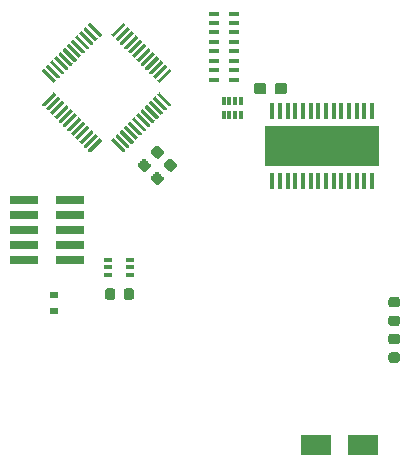
<source format=gbr>
G04 #@! TF.GenerationSoftware,KiCad,Pcbnew,(5.1.2)-2*
G04 #@! TF.CreationDate,2020-04-12T13:41:48-04:00*
G04 #@! TF.ProjectId,MotorcycleSwitch,4d6f746f-7263-4796-936c-655377697463,rev?*
G04 #@! TF.SameCoordinates,Original*
G04 #@! TF.FileFunction,Paste,Top*
G04 #@! TF.FilePolarity,Positive*
%FSLAX46Y46*%
G04 Gerber Fmt 4.6, Leading zero omitted, Abs format (unit mm)*
G04 Created by KiCad (PCBNEW (5.1.2)-2) date 2020-04-12 13:41:48*
%MOMM*%
%LPD*%
G04 APERTURE LIST*
%ADD10C,0.152400*%
%ADD11C,0.100000*%
%ADD12C,0.875000*%
%ADD13R,9.700001X3.400001*%
%ADD14R,0.449999X1.400000*%
%ADD15C,0.300000*%
%ADD16R,0.700000X0.600000*%
%ADD17C,0.950000*%
%ADD18R,0.900000X0.450000*%
%ADD19R,0.300000X0.657200*%
%ADD20R,2.400000X0.740000*%
%ADD21R,0.650000X0.400000*%
%ADD22R,2.500000X1.800000*%
G04 APERTURE END LIST*
D10*
X155847430Y-83950895D02*
X155856500Y-83950001D01*
X155838705Y-83953541D02*
X155847430Y-83950895D01*
X155830666Y-83957836D02*
X155838705Y-83953541D01*
X155823620Y-83963620D02*
X155830666Y-83957836D01*
X155817836Y-83970666D02*
X155823620Y-83963620D01*
X155813541Y-83978705D02*
X155817836Y-83970666D01*
X155810894Y-83987430D02*
X155813541Y-83978705D01*
X155810000Y-83996500D02*
X155810894Y-83987430D01*
X155810000Y-87003500D02*
X155810000Y-83996500D01*
X155810894Y-87012570D02*
X155810000Y-87003500D01*
X155813541Y-87021295D02*
X155810894Y-87012570D01*
X155817836Y-87029334D02*
X155813541Y-87021295D01*
X155823620Y-87036380D02*
X155817836Y-87029334D01*
X155830666Y-87042164D02*
X155823620Y-87036380D01*
X155838705Y-87046459D02*
X155830666Y-87042164D01*
X155847430Y-87049105D02*
X155838705Y-87046459D01*
X155856500Y-87049999D02*
X155847430Y-87049105D01*
X160943500Y-87049999D02*
X155856500Y-87049999D01*
X160952570Y-87049105D02*
X160943500Y-87049999D01*
X160961295Y-87046459D02*
X160952570Y-87049105D01*
X160969334Y-87042164D02*
X160961295Y-87046459D01*
X160976380Y-87036380D02*
X160969334Y-87042164D01*
X160982164Y-87029334D02*
X160976380Y-87036380D01*
X160986459Y-87021295D02*
X160982164Y-87029334D01*
X160989106Y-87012570D02*
X160986459Y-87021295D01*
X160990000Y-87003500D02*
X160989106Y-87012570D01*
X160990000Y-83996500D02*
X160990000Y-87003500D01*
X160989106Y-83987430D02*
X160990000Y-83996500D01*
X160986459Y-83978705D02*
X160989106Y-83987430D01*
X160982164Y-83970666D02*
X160986459Y-83978705D01*
X160976380Y-83963620D02*
X160982164Y-83970666D01*
X160969334Y-83957836D02*
X160976380Y-83963620D01*
X160961295Y-83953541D02*
X160969334Y-83957836D01*
X160952570Y-83950895D02*
X160961295Y-83953541D01*
X160943500Y-83950001D02*
X160952570Y-83950895D01*
X155856500Y-83950001D02*
X160943500Y-83950001D01*
D11*
G36*
X164768091Y-102992553D02*
G01*
X164789326Y-102995703D01*
X164810150Y-103000919D01*
X164830362Y-103008151D01*
X164849768Y-103017330D01*
X164868181Y-103028366D01*
X164885424Y-103041154D01*
X164901330Y-103055570D01*
X164915746Y-103071476D01*
X164928534Y-103088719D01*
X164939570Y-103107132D01*
X164948749Y-103126538D01*
X164955981Y-103146750D01*
X164961197Y-103167574D01*
X164964347Y-103188809D01*
X164965400Y-103210250D01*
X164965400Y-103647750D01*
X164964347Y-103669191D01*
X164961197Y-103690426D01*
X164955981Y-103711250D01*
X164948749Y-103731462D01*
X164939570Y-103750868D01*
X164928534Y-103769281D01*
X164915746Y-103786524D01*
X164901330Y-103802430D01*
X164885424Y-103816846D01*
X164868181Y-103829634D01*
X164849768Y-103840670D01*
X164830362Y-103849849D01*
X164810150Y-103857081D01*
X164789326Y-103862297D01*
X164768091Y-103865447D01*
X164746650Y-103866500D01*
X164234150Y-103866500D01*
X164212709Y-103865447D01*
X164191474Y-103862297D01*
X164170650Y-103857081D01*
X164150438Y-103849849D01*
X164131032Y-103840670D01*
X164112619Y-103829634D01*
X164095376Y-103816846D01*
X164079470Y-103802430D01*
X164065054Y-103786524D01*
X164052266Y-103769281D01*
X164041230Y-103750868D01*
X164032051Y-103731462D01*
X164024819Y-103711250D01*
X164019603Y-103690426D01*
X164016453Y-103669191D01*
X164015400Y-103647750D01*
X164015400Y-103210250D01*
X164016453Y-103188809D01*
X164019603Y-103167574D01*
X164024819Y-103146750D01*
X164032051Y-103126538D01*
X164041230Y-103107132D01*
X164052266Y-103088719D01*
X164065054Y-103071476D01*
X164079470Y-103055570D01*
X164095376Y-103041154D01*
X164112619Y-103028366D01*
X164131032Y-103017330D01*
X164150438Y-103008151D01*
X164170650Y-103000919D01*
X164191474Y-102995703D01*
X164212709Y-102992553D01*
X164234150Y-102991500D01*
X164746650Y-102991500D01*
X164768091Y-102992553D01*
X164768091Y-102992553D01*
G37*
D12*
X164490400Y-103429000D03*
D11*
G36*
X164768091Y-101417553D02*
G01*
X164789326Y-101420703D01*
X164810150Y-101425919D01*
X164830362Y-101433151D01*
X164849768Y-101442330D01*
X164868181Y-101453366D01*
X164885424Y-101466154D01*
X164901330Y-101480570D01*
X164915746Y-101496476D01*
X164928534Y-101513719D01*
X164939570Y-101532132D01*
X164948749Y-101551538D01*
X164955981Y-101571750D01*
X164961197Y-101592574D01*
X164964347Y-101613809D01*
X164965400Y-101635250D01*
X164965400Y-102072750D01*
X164964347Y-102094191D01*
X164961197Y-102115426D01*
X164955981Y-102136250D01*
X164948749Y-102156462D01*
X164939570Y-102175868D01*
X164928534Y-102194281D01*
X164915746Y-102211524D01*
X164901330Y-102227430D01*
X164885424Y-102241846D01*
X164868181Y-102254634D01*
X164849768Y-102265670D01*
X164830362Y-102274849D01*
X164810150Y-102282081D01*
X164789326Y-102287297D01*
X164768091Y-102290447D01*
X164746650Y-102291500D01*
X164234150Y-102291500D01*
X164212709Y-102290447D01*
X164191474Y-102287297D01*
X164170650Y-102282081D01*
X164150438Y-102274849D01*
X164131032Y-102265670D01*
X164112619Y-102254634D01*
X164095376Y-102241846D01*
X164079470Y-102227430D01*
X164065054Y-102211524D01*
X164052266Y-102194281D01*
X164041230Y-102175868D01*
X164032051Y-102156462D01*
X164024819Y-102136250D01*
X164019603Y-102115426D01*
X164016453Y-102094191D01*
X164015400Y-102072750D01*
X164015400Y-101635250D01*
X164016453Y-101613809D01*
X164019603Y-101592574D01*
X164024819Y-101571750D01*
X164032051Y-101551538D01*
X164041230Y-101532132D01*
X164052266Y-101513719D01*
X164065054Y-101496476D01*
X164079470Y-101480570D01*
X164095376Y-101466154D01*
X164112619Y-101453366D01*
X164131032Y-101442330D01*
X164150438Y-101433151D01*
X164170650Y-101425919D01*
X164191474Y-101420703D01*
X164212709Y-101417553D01*
X164234150Y-101416500D01*
X164746650Y-101416500D01*
X164768091Y-101417553D01*
X164768091Y-101417553D01*
G37*
D12*
X164490400Y-101854000D03*
D13*
X158400000Y-85500000D03*
D14*
X162625000Y-88450002D03*
X161974999Y-88450002D03*
X161325000Y-88450002D03*
X160674999Y-88450002D03*
X160025001Y-88450002D03*
X159374999Y-88450002D03*
X158725001Y-88450002D03*
X158074999Y-88450002D03*
X157425001Y-88450002D03*
X156774999Y-88450002D03*
X156125001Y-88450002D03*
X155475000Y-88450002D03*
X154825001Y-88450002D03*
X154175000Y-88450002D03*
X154175000Y-82550001D03*
X154825001Y-82550001D03*
X155475000Y-82550001D03*
X156125001Y-82550001D03*
X156774999Y-82550001D03*
X157425001Y-82550001D03*
X158074999Y-82550001D03*
X158725001Y-82550001D03*
X159374999Y-82550001D03*
X160025001Y-82550001D03*
X160674999Y-82550001D03*
X161325000Y-82550001D03*
X161974999Y-82550001D03*
X162625000Y-82550001D03*
D11*
G36*
X139572776Y-84853870D02*
G01*
X139580057Y-84854950D01*
X139587196Y-84856738D01*
X139594126Y-84859218D01*
X139600780Y-84862365D01*
X139607093Y-84866149D01*
X139613004Y-84870533D01*
X139618458Y-84875476D01*
X139724524Y-84981542D01*
X139729467Y-84986996D01*
X139733851Y-84992907D01*
X139737635Y-84999220D01*
X139740782Y-85005874D01*
X139743262Y-85012804D01*
X139745050Y-85019943D01*
X139746130Y-85027224D01*
X139746491Y-85034575D01*
X139746130Y-85041926D01*
X139745050Y-85049207D01*
X139743262Y-85056346D01*
X139740782Y-85063276D01*
X139737635Y-85069930D01*
X139733851Y-85076243D01*
X139729467Y-85082154D01*
X139724524Y-85087608D01*
X138787608Y-86024524D01*
X138782154Y-86029467D01*
X138776243Y-86033851D01*
X138769930Y-86037635D01*
X138763276Y-86040782D01*
X138756346Y-86043262D01*
X138749207Y-86045050D01*
X138741926Y-86046130D01*
X138734575Y-86046491D01*
X138727224Y-86046130D01*
X138719943Y-86045050D01*
X138712804Y-86043262D01*
X138705874Y-86040782D01*
X138699220Y-86037635D01*
X138692907Y-86033851D01*
X138686996Y-86029467D01*
X138681542Y-86024524D01*
X138575476Y-85918458D01*
X138570533Y-85913004D01*
X138566149Y-85907093D01*
X138562365Y-85900780D01*
X138559218Y-85894126D01*
X138556738Y-85887196D01*
X138554950Y-85880057D01*
X138553870Y-85872776D01*
X138553509Y-85865425D01*
X138553870Y-85858074D01*
X138554950Y-85850793D01*
X138556738Y-85843654D01*
X138559218Y-85836724D01*
X138562365Y-85830070D01*
X138566149Y-85823757D01*
X138570533Y-85817846D01*
X138575476Y-85812392D01*
X139512392Y-84875476D01*
X139517846Y-84870533D01*
X139523757Y-84866149D01*
X139530070Y-84862365D01*
X139536724Y-84859218D01*
X139543654Y-84856738D01*
X139550793Y-84854950D01*
X139558074Y-84853870D01*
X139565425Y-84853509D01*
X139572776Y-84853870D01*
X139572776Y-84853870D01*
G37*
D15*
X139150000Y-85450000D03*
D11*
G36*
X139219222Y-84500316D02*
G01*
X139226503Y-84501396D01*
X139233642Y-84503184D01*
X139240572Y-84505664D01*
X139247226Y-84508811D01*
X139253539Y-84512595D01*
X139259450Y-84516979D01*
X139264904Y-84521922D01*
X139370970Y-84627988D01*
X139375913Y-84633442D01*
X139380297Y-84639353D01*
X139384081Y-84645666D01*
X139387228Y-84652320D01*
X139389708Y-84659250D01*
X139391496Y-84666389D01*
X139392576Y-84673670D01*
X139392937Y-84681021D01*
X139392576Y-84688372D01*
X139391496Y-84695653D01*
X139389708Y-84702792D01*
X139387228Y-84709722D01*
X139384081Y-84716376D01*
X139380297Y-84722689D01*
X139375913Y-84728600D01*
X139370970Y-84734054D01*
X138434054Y-85670970D01*
X138428600Y-85675913D01*
X138422689Y-85680297D01*
X138416376Y-85684081D01*
X138409722Y-85687228D01*
X138402792Y-85689708D01*
X138395653Y-85691496D01*
X138388372Y-85692576D01*
X138381021Y-85692937D01*
X138373670Y-85692576D01*
X138366389Y-85691496D01*
X138359250Y-85689708D01*
X138352320Y-85687228D01*
X138345666Y-85684081D01*
X138339353Y-85680297D01*
X138333442Y-85675913D01*
X138327988Y-85670970D01*
X138221922Y-85564904D01*
X138216979Y-85559450D01*
X138212595Y-85553539D01*
X138208811Y-85547226D01*
X138205664Y-85540572D01*
X138203184Y-85533642D01*
X138201396Y-85526503D01*
X138200316Y-85519222D01*
X138199955Y-85511871D01*
X138200316Y-85504520D01*
X138201396Y-85497239D01*
X138203184Y-85490100D01*
X138205664Y-85483170D01*
X138208811Y-85476516D01*
X138212595Y-85470203D01*
X138216979Y-85464292D01*
X138221922Y-85458838D01*
X139158838Y-84521922D01*
X139164292Y-84516979D01*
X139170203Y-84512595D01*
X139176516Y-84508811D01*
X139183170Y-84505664D01*
X139190100Y-84503184D01*
X139197239Y-84501396D01*
X139204520Y-84500316D01*
X139211871Y-84499955D01*
X139219222Y-84500316D01*
X139219222Y-84500316D01*
G37*
D15*
X138796446Y-85096446D03*
D11*
G36*
X138865669Y-84146763D02*
G01*
X138872950Y-84147843D01*
X138880089Y-84149631D01*
X138887019Y-84152111D01*
X138893673Y-84155258D01*
X138899986Y-84159042D01*
X138905897Y-84163426D01*
X138911351Y-84168369D01*
X139017417Y-84274435D01*
X139022360Y-84279889D01*
X139026744Y-84285800D01*
X139030528Y-84292113D01*
X139033675Y-84298767D01*
X139036155Y-84305697D01*
X139037943Y-84312836D01*
X139039023Y-84320117D01*
X139039384Y-84327468D01*
X139039023Y-84334819D01*
X139037943Y-84342100D01*
X139036155Y-84349239D01*
X139033675Y-84356169D01*
X139030528Y-84362823D01*
X139026744Y-84369136D01*
X139022360Y-84375047D01*
X139017417Y-84380501D01*
X138080501Y-85317417D01*
X138075047Y-85322360D01*
X138069136Y-85326744D01*
X138062823Y-85330528D01*
X138056169Y-85333675D01*
X138049239Y-85336155D01*
X138042100Y-85337943D01*
X138034819Y-85339023D01*
X138027468Y-85339384D01*
X138020117Y-85339023D01*
X138012836Y-85337943D01*
X138005697Y-85336155D01*
X137998767Y-85333675D01*
X137992113Y-85330528D01*
X137985800Y-85326744D01*
X137979889Y-85322360D01*
X137974435Y-85317417D01*
X137868369Y-85211351D01*
X137863426Y-85205897D01*
X137859042Y-85199986D01*
X137855258Y-85193673D01*
X137852111Y-85187019D01*
X137849631Y-85180089D01*
X137847843Y-85172950D01*
X137846763Y-85165669D01*
X137846402Y-85158318D01*
X137846763Y-85150967D01*
X137847843Y-85143686D01*
X137849631Y-85136547D01*
X137852111Y-85129617D01*
X137855258Y-85122963D01*
X137859042Y-85116650D01*
X137863426Y-85110739D01*
X137868369Y-85105285D01*
X138805285Y-84168369D01*
X138810739Y-84163426D01*
X138816650Y-84159042D01*
X138822963Y-84155258D01*
X138829617Y-84152111D01*
X138836547Y-84149631D01*
X138843686Y-84147843D01*
X138850967Y-84146763D01*
X138858318Y-84146402D01*
X138865669Y-84146763D01*
X138865669Y-84146763D01*
G37*
D15*
X138442893Y-84742893D03*
D11*
G36*
X138512115Y-83793209D02*
G01*
X138519396Y-83794289D01*
X138526535Y-83796077D01*
X138533465Y-83798557D01*
X138540119Y-83801704D01*
X138546432Y-83805488D01*
X138552343Y-83809872D01*
X138557797Y-83814815D01*
X138663863Y-83920881D01*
X138668806Y-83926335D01*
X138673190Y-83932246D01*
X138676974Y-83938559D01*
X138680121Y-83945213D01*
X138682601Y-83952143D01*
X138684389Y-83959282D01*
X138685469Y-83966563D01*
X138685830Y-83973914D01*
X138685469Y-83981265D01*
X138684389Y-83988546D01*
X138682601Y-83995685D01*
X138680121Y-84002615D01*
X138676974Y-84009269D01*
X138673190Y-84015582D01*
X138668806Y-84021493D01*
X138663863Y-84026947D01*
X137726947Y-84963863D01*
X137721493Y-84968806D01*
X137715582Y-84973190D01*
X137709269Y-84976974D01*
X137702615Y-84980121D01*
X137695685Y-84982601D01*
X137688546Y-84984389D01*
X137681265Y-84985469D01*
X137673914Y-84985830D01*
X137666563Y-84985469D01*
X137659282Y-84984389D01*
X137652143Y-84982601D01*
X137645213Y-84980121D01*
X137638559Y-84976974D01*
X137632246Y-84973190D01*
X137626335Y-84968806D01*
X137620881Y-84963863D01*
X137514815Y-84857797D01*
X137509872Y-84852343D01*
X137505488Y-84846432D01*
X137501704Y-84840119D01*
X137498557Y-84833465D01*
X137496077Y-84826535D01*
X137494289Y-84819396D01*
X137493209Y-84812115D01*
X137492848Y-84804764D01*
X137493209Y-84797413D01*
X137494289Y-84790132D01*
X137496077Y-84782993D01*
X137498557Y-84776063D01*
X137501704Y-84769409D01*
X137505488Y-84763096D01*
X137509872Y-84757185D01*
X137514815Y-84751731D01*
X138451731Y-83814815D01*
X138457185Y-83809872D01*
X138463096Y-83805488D01*
X138469409Y-83801704D01*
X138476063Y-83798557D01*
X138482993Y-83796077D01*
X138490132Y-83794289D01*
X138497413Y-83793209D01*
X138504764Y-83792848D01*
X138512115Y-83793209D01*
X138512115Y-83793209D01*
G37*
D15*
X138089339Y-84389339D03*
D11*
G36*
X138158562Y-83439656D02*
G01*
X138165843Y-83440736D01*
X138172982Y-83442524D01*
X138179912Y-83445004D01*
X138186566Y-83448151D01*
X138192879Y-83451935D01*
X138198790Y-83456319D01*
X138204244Y-83461262D01*
X138310310Y-83567328D01*
X138315253Y-83572782D01*
X138319637Y-83578693D01*
X138323421Y-83585006D01*
X138326568Y-83591660D01*
X138329048Y-83598590D01*
X138330836Y-83605729D01*
X138331916Y-83613010D01*
X138332277Y-83620361D01*
X138331916Y-83627712D01*
X138330836Y-83634993D01*
X138329048Y-83642132D01*
X138326568Y-83649062D01*
X138323421Y-83655716D01*
X138319637Y-83662029D01*
X138315253Y-83667940D01*
X138310310Y-83673394D01*
X137373394Y-84610310D01*
X137367940Y-84615253D01*
X137362029Y-84619637D01*
X137355716Y-84623421D01*
X137349062Y-84626568D01*
X137342132Y-84629048D01*
X137334993Y-84630836D01*
X137327712Y-84631916D01*
X137320361Y-84632277D01*
X137313010Y-84631916D01*
X137305729Y-84630836D01*
X137298590Y-84629048D01*
X137291660Y-84626568D01*
X137285006Y-84623421D01*
X137278693Y-84619637D01*
X137272782Y-84615253D01*
X137267328Y-84610310D01*
X137161262Y-84504244D01*
X137156319Y-84498790D01*
X137151935Y-84492879D01*
X137148151Y-84486566D01*
X137145004Y-84479912D01*
X137142524Y-84472982D01*
X137140736Y-84465843D01*
X137139656Y-84458562D01*
X137139295Y-84451211D01*
X137139656Y-84443860D01*
X137140736Y-84436579D01*
X137142524Y-84429440D01*
X137145004Y-84422510D01*
X137148151Y-84415856D01*
X137151935Y-84409543D01*
X137156319Y-84403632D01*
X137161262Y-84398178D01*
X138098178Y-83461262D01*
X138103632Y-83456319D01*
X138109543Y-83451935D01*
X138115856Y-83448151D01*
X138122510Y-83445004D01*
X138129440Y-83442524D01*
X138136579Y-83440736D01*
X138143860Y-83439656D01*
X138151211Y-83439295D01*
X138158562Y-83439656D01*
X138158562Y-83439656D01*
G37*
D15*
X137735786Y-84035786D03*
D11*
G36*
X137805009Y-83086103D02*
G01*
X137812290Y-83087183D01*
X137819429Y-83088971D01*
X137826359Y-83091451D01*
X137833013Y-83094598D01*
X137839326Y-83098382D01*
X137845237Y-83102766D01*
X137850691Y-83107709D01*
X137956757Y-83213775D01*
X137961700Y-83219229D01*
X137966084Y-83225140D01*
X137969868Y-83231453D01*
X137973015Y-83238107D01*
X137975495Y-83245037D01*
X137977283Y-83252176D01*
X137978363Y-83259457D01*
X137978724Y-83266808D01*
X137978363Y-83274159D01*
X137977283Y-83281440D01*
X137975495Y-83288579D01*
X137973015Y-83295509D01*
X137969868Y-83302163D01*
X137966084Y-83308476D01*
X137961700Y-83314387D01*
X137956757Y-83319841D01*
X137019841Y-84256757D01*
X137014387Y-84261700D01*
X137008476Y-84266084D01*
X137002163Y-84269868D01*
X136995509Y-84273015D01*
X136988579Y-84275495D01*
X136981440Y-84277283D01*
X136974159Y-84278363D01*
X136966808Y-84278724D01*
X136959457Y-84278363D01*
X136952176Y-84277283D01*
X136945037Y-84275495D01*
X136938107Y-84273015D01*
X136931453Y-84269868D01*
X136925140Y-84266084D01*
X136919229Y-84261700D01*
X136913775Y-84256757D01*
X136807709Y-84150691D01*
X136802766Y-84145237D01*
X136798382Y-84139326D01*
X136794598Y-84133013D01*
X136791451Y-84126359D01*
X136788971Y-84119429D01*
X136787183Y-84112290D01*
X136786103Y-84105009D01*
X136785742Y-84097658D01*
X136786103Y-84090307D01*
X136787183Y-84083026D01*
X136788971Y-84075887D01*
X136791451Y-84068957D01*
X136794598Y-84062303D01*
X136798382Y-84055990D01*
X136802766Y-84050079D01*
X136807709Y-84044625D01*
X137744625Y-83107709D01*
X137750079Y-83102766D01*
X137755990Y-83098382D01*
X137762303Y-83094598D01*
X137768957Y-83091451D01*
X137775887Y-83088971D01*
X137783026Y-83087183D01*
X137790307Y-83086103D01*
X137797658Y-83085742D01*
X137805009Y-83086103D01*
X137805009Y-83086103D01*
G37*
D15*
X137382233Y-83682233D03*
D11*
G36*
X137451455Y-82732549D02*
G01*
X137458736Y-82733629D01*
X137465875Y-82735417D01*
X137472805Y-82737897D01*
X137479459Y-82741044D01*
X137485772Y-82744828D01*
X137491683Y-82749212D01*
X137497137Y-82754155D01*
X137603203Y-82860221D01*
X137608146Y-82865675D01*
X137612530Y-82871586D01*
X137616314Y-82877899D01*
X137619461Y-82884553D01*
X137621941Y-82891483D01*
X137623729Y-82898622D01*
X137624809Y-82905903D01*
X137625170Y-82913254D01*
X137624809Y-82920605D01*
X137623729Y-82927886D01*
X137621941Y-82935025D01*
X137619461Y-82941955D01*
X137616314Y-82948609D01*
X137612530Y-82954922D01*
X137608146Y-82960833D01*
X137603203Y-82966287D01*
X136666287Y-83903203D01*
X136660833Y-83908146D01*
X136654922Y-83912530D01*
X136648609Y-83916314D01*
X136641955Y-83919461D01*
X136635025Y-83921941D01*
X136627886Y-83923729D01*
X136620605Y-83924809D01*
X136613254Y-83925170D01*
X136605903Y-83924809D01*
X136598622Y-83923729D01*
X136591483Y-83921941D01*
X136584553Y-83919461D01*
X136577899Y-83916314D01*
X136571586Y-83912530D01*
X136565675Y-83908146D01*
X136560221Y-83903203D01*
X136454155Y-83797137D01*
X136449212Y-83791683D01*
X136444828Y-83785772D01*
X136441044Y-83779459D01*
X136437897Y-83772805D01*
X136435417Y-83765875D01*
X136433629Y-83758736D01*
X136432549Y-83751455D01*
X136432188Y-83744104D01*
X136432549Y-83736753D01*
X136433629Y-83729472D01*
X136435417Y-83722333D01*
X136437897Y-83715403D01*
X136441044Y-83708749D01*
X136444828Y-83702436D01*
X136449212Y-83696525D01*
X136454155Y-83691071D01*
X137391071Y-82754155D01*
X137396525Y-82749212D01*
X137402436Y-82744828D01*
X137408749Y-82741044D01*
X137415403Y-82737897D01*
X137422333Y-82735417D01*
X137429472Y-82733629D01*
X137436753Y-82732549D01*
X137444104Y-82732188D01*
X137451455Y-82732549D01*
X137451455Y-82732549D01*
G37*
D15*
X137028679Y-83328679D03*
D11*
G36*
X137097902Y-82378996D02*
G01*
X137105183Y-82380076D01*
X137112322Y-82381864D01*
X137119252Y-82384344D01*
X137125906Y-82387491D01*
X137132219Y-82391275D01*
X137138130Y-82395659D01*
X137143584Y-82400602D01*
X137249650Y-82506668D01*
X137254593Y-82512122D01*
X137258977Y-82518033D01*
X137262761Y-82524346D01*
X137265908Y-82531000D01*
X137268388Y-82537930D01*
X137270176Y-82545069D01*
X137271256Y-82552350D01*
X137271617Y-82559701D01*
X137271256Y-82567052D01*
X137270176Y-82574333D01*
X137268388Y-82581472D01*
X137265908Y-82588402D01*
X137262761Y-82595056D01*
X137258977Y-82601369D01*
X137254593Y-82607280D01*
X137249650Y-82612734D01*
X136312734Y-83549650D01*
X136307280Y-83554593D01*
X136301369Y-83558977D01*
X136295056Y-83562761D01*
X136288402Y-83565908D01*
X136281472Y-83568388D01*
X136274333Y-83570176D01*
X136267052Y-83571256D01*
X136259701Y-83571617D01*
X136252350Y-83571256D01*
X136245069Y-83570176D01*
X136237930Y-83568388D01*
X136231000Y-83565908D01*
X136224346Y-83562761D01*
X136218033Y-83558977D01*
X136212122Y-83554593D01*
X136206668Y-83549650D01*
X136100602Y-83443584D01*
X136095659Y-83438130D01*
X136091275Y-83432219D01*
X136087491Y-83425906D01*
X136084344Y-83419252D01*
X136081864Y-83412322D01*
X136080076Y-83405183D01*
X136078996Y-83397902D01*
X136078635Y-83390551D01*
X136078996Y-83383200D01*
X136080076Y-83375919D01*
X136081864Y-83368780D01*
X136084344Y-83361850D01*
X136087491Y-83355196D01*
X136091275Y-83348883D01*
X136095659Y-83342972D01*
X136100602Y-83337518D01*
X137037518Y-82400602D01*
X137042972Y-82395659D01*
X137048883Y-82391275D01*
X137055196Y-82387491D01*
X137061850Y-82384344D01*
X137068780Y-82381864D01*
X137075919Y-82380076D01*
X137083200Y-82378996D01*
X137090551Y-82378635D01*
X137097902Y-82378996D01*
X137097902Y-82378996D01*
G37*
D15*
X136675126Y-82975126D03*
D11*
G36*
X136744349Y-82025443D02*
G01*
X136751630Y-82026523D01*
X136758769Y-82028311D01*
X136765699Y-82030791D01*
X136772353Y-82033938D01*
X136778666Y-82037722D01*
X136784577Y-82042106D01*
X136790031Y-82047049D01*
X136896097Y-82153115D01*
X136901040Y-82158569D01*
X136905424Y-82164480D01*
X136909208Y-82170793D01*
X136912355Y-82177447D01*
X136914835Y-82184377D01*
X136916623Y-82191516D01*
X136917703Y-82198797D01*
X136918064Y-82206148D01*
X136917703Y-82213499D01*
X136916623Y-82220780D01*
X136914835Y-82227919D01*
X136912355Y-82234849D01*
X136909208Y-82241503D01*
X136905424Y-82247816D01*
X136901040Y-82253727D01*
X136896097Y-82259181D01*
X135959181Y-83196097D01*
X135953727Y-83201040D01*
X135947816Y-83205424D01*
X135941503Y-83209208D01*
X135934849Y-83212355D01*
X135927919Y-83214835D01*
X135920780Y-83216623D01*
X135913499Y-83217703D01*
X135906148Y-83218064D01*
X135898797Y-83217703D01*
X135891516Y-83216623D01*
X135884377Y-83214835D01*
X135877447Y-83212355D01*
X135870793Y-83209208D01*
X135864480Y-83205424D01*
X135858569Y-83201040D01*
X135853115Y-83196097D01*
X135747049Y-83090031D01*
X135742106Y-83084577D01*
X135737722Y-83078666D01*
X135733938Y-83072353D01*
X135730791Y-83065699D01*
X135728311Y-83058769D01*
X135726523Y-83051630D01*
X135725443Y-83044349D01*
X135725082Y-83036998D01*
X135725443Y-83029647D01*
X135726523Y-83022366D01*
X135728311Y-83015227D01*
X135730791Y-83008297D01*
X135733938Y-83001643D01*
X135737722Y-82995330D01*
X135742106Y-82989419D01*
X135747049Y-82983965D01*
X136683965Y-82047049D01*
X136689419Y-82042106D01*
X136695330Y-82037722D01*
X136701643Y-82033938D01*
X136708297Y-82030791D01*
X136715227Y-82028311D01*
X136722366Y-82026523D01*
X136729647Y-82025443D01*
X136736998Y-82025082D01*
X136744349Y-82025443D01*
X136744349Y-82025443D01*
G37*
D15*
X136321573Y-82621573D03*
D11*
G36*
X136390795Y-81671889D02*
G01*
X136398076Y-81672969D01*
X136405215Y-81674757D01*
X136412145Y-81677237D01*
X136418799Y-81680384D01*
X136425112Y-81684168D01*
X136431023Y-81688552D01*
X136436477Y-81693495D01*
X136542543Y-81799561D01*
X136547486Y-81805015D01*
X136551870Y-81810926D01*
X136555654Y-81817239D01*
X136558801Y-81823893D01*
X136561281Y-81830823D01*
X136563069Y-81837962D01*
X136564149Y-81845243D01*
X136564510Y-81852594D01*
X136564149Y-81859945D01*
X136563069Y-81867226D01*
X136561281Y-81874365D01*
X136558801Y-81881295D01*
X136555654Y-81887949D01*
X136551870Y-81894262D01*
X136547486Y-81900173D01*
X136542543Y-81905627D01*
X135605627Y-82842543D01*
X135600173Y-82847486D01*
X135594262Y-82851870D01*
X135587949Y-82855654D01*
X135581295Y-82858801D01*
X135574365Y-82861281D01*
X135567226Y-82863069D01*
X135559945Y-82864149D01*
X135552594Y-82864510D01*
X135545243Y-82864149D01*
X135537962Y-82863069D01*
X135530823Y-82861281D01*
X135523893Y-82858801D01*
X135517239Y-82855654D01*
X135510926Y-82851870D01*
X135505015Y-82847486D01*
X135499561Y-82842543D01*
X135393495Y-82736477D01*
X135388552Y-82731023D01*
X135384168Y-82725112D01*
X135380384Y-82718799D01*
X135377237Y-82712145D01*
X135374757Y-82705215D01*
X135372969Y-82698076D01*
X135371889Y-82690795D01*
X135371528Y-82683444D01*
X135371889Y-82676093D01*
X135372969Y-82668812D01*
X135374757Y-82661673D01*
X135377237Y-82654743D01*
X135380384Y-82648089D01*
X135384168Y-82641776D01*
X135388552Y-82635865D01*
X135393495Y-82630411D01*
X136330411Y-81693495D01*
X136335865Y-81688552D01*
X136341776Y-81684168D01*
X136348089Y-81680384D01*
X136354743Y-81677237D01*
X136361673Y-81674757D01*
X136368812Y-81672969D01*
X136376093Y-81671889D01*
X136383444Y-81671528D01*
X136390795Y-81671889D01*
X136390795Y-81671889D01*
G37*
D15*
X135968019Y-82268019D03*
D11*
G36*
X136037242Y-81318336D02*
G01*
X136044523Y-81319416D01*
X136051662Y-81321204D01*
X136058592Y-81323684D01*
X136065246Y-81326831D01*
X136071559Y-81330615D01*
X136077470Y-81334999D01*
X136082924Y-81339942D01*
X136188990Y-81446008D01*
X136193933Y-81451462D01*
X136198317Y-81457373D01*
X136202101Y-81463686D01*
X136205248Y-81470340D01*
X136207728Y-81477270D01*
X136209516Y-81484409D01*
X136210596Y-81491690D01*
X136210957Y-81499041D01*
X136210596Y-81506392D01*
X136209516Y-81513673D01*
X136207728Y-81520812D01*
X136205248Y-81527742D01*
X136202101Y-81534396D01*
X136198317Y-81540709D01*
X136193933Y-81546620D01*
X136188990Y-81552074D01*
X135252074Y-82488990D01*
X135246620Y-82493933D01*
X135240709Y-82498317D01*
X135234396Y-82502101D01*
X135227742Y-82505248D01*
X135220812Y-82507728D01*
X135213673Y-82509516D01*
X135206392Y-82510596D01*
X135199041Y-82510957D01*
X135191690Y-82510596D01*
X135184409Y-82509516D01*
X135177270Y-82507728D01*
X135170340Y-82505248D01*
X135163686Y-82502101D01*
X135157373Y-82498317D01*
X135151462Y-82493933D01*
X135146008Y-82488990D01*
X135039942Y-82382924D01*
X135034999Y-82377470D01*
X135030615Y-82371559D01*
X135026831Y-82365246D01*
X135023684Y-82358592D01*
X135021204Y-82351662D01*
X135019416Y-82344523D01*
X135018336Y-82337242D01*
X135017975Y-82329891D01*
X135018336Y-82322540D01*
X135019416Y-82315259D01*
X135021204Y-82308120D01*
X135023684Y-82301190D01*
X135026831Y-82294536D01*
X135030615Y-82288223D01*
X135034999Y-82282312D01*
X135039942Y-82276858D01*
X135976858Y-81339942D01*
X135982312Y-81334999D01*
X135988223Y-81330615D01*
X135994536Y-81326831D01*
X136001190Y-81323684D01*
X136008120Y-81321204D01*
X136015259Y-81319416D01*
X136022540Y-81318336D01*
X136029891Y-81317975D01*
X136037242Y-81318336D01*
X136037242Y-81318336D01*
G37*
D15*
X135614466Y-81914466D03*
D11*
G36*
X135683688Y-80964782D02*
G01*
X135690969Y-80965862D01*
X135698108Y-80967650D01*
X135705038Y-80970130D01*
X135711692Y-80973277D01*
X135718005Y-80977061D01*
X135723916Y-80981445D01*
X135729370Y-80986388D01*
X135835436Y-81092454D01*
X135840379Y-81097908D01*
X135844763Y-81103819D01*
X135848547Y-81110132D01*
X135851694Y-81116786D01*
X135854174Y-81123716D01*
X135855962Y-81130855D01*
X135857042Y-81138136D01*
X135857403Y-81145487D01*
X135857042Y-81152838D01*
X135855962Y-81160119D01*
X135854174Y-81167258D01*
X135851694Y-81174188D01*
X135848547Y-81180842D01*
X135844763Y-81187155D01*
X135840379Y-81193066D01*
X135835436Y-81198520D01*
X134898520Y-82135436D01*
X134893066Y-82140379D01*
X134887155Y-82144763D01*
X134880842Y-82148547D01*
X134874188Y-82151694D01*
X134867258Y-82154174D01*
X134860119Y-82155962D01*
X134852838Y-82157042D01*
X134845487Y-82157403D01*
X134838136Y-82157042D01*
X134830855Y-82155962D01*
X134823716Y-82154174D01*
X134816786Y-82151694D01*
X134810132Y-82148547D01*
X134803819Y-82144763D01*
X134797908Y-82140379D01*
X134792454Y-82135436D01*
X134686388Y-82029370D01*
X134681445Y-82023916D01*
X134677061Y-82018005D01*
X134673277Y-82011692D01*
X134670130Y-82005038D01*
X134667650Y-81998108D01*
X134665862Y-81990969D01*
X134664782Y-81983688D01*
X134664421Y-81976337D01*
X134664782Y-81968986D01*
X134665862Y-81961705D01*
X134667650Y-81954566D01*
X134670130Y-81947636D01*
X134673277Y-81940982D01*
X134677061Y-81934669D01*
X134681445Y-81928758D01*
X134686388Y-81923304D01*
X135623304Y-80986388D01*
X135628758Y-80981445D01*
X135634669Y-80977061D01*
X135640982Y-80973277D01*
X135647636Y-80970130D01*
X135654566Y-80967650D01*
X135661705Y-80965862D01*
X135668986Y-80964782D01*
X135676337Y-80964421D01*
X135683688Y-80964782D01*
X135683688Y-80964782D01*
G37*
D15*
X135260912Y-81560912D03*
D11*
G36*
X134852838Y-78967206D02*
G01*
X134860119Y-78968286D01*
X134867258Y-78970074D01*
X134874188Y-78972554D01*
X134880842Y-78975701D01*
X134887155Y-78979485D01*
X134893066Y-78983869D01*
X134898520Y-78988812D01*
X135835436Y-79925728D01*
X135840379Y-79931182D01*
X135844763Y-79937093D01*
X135848547Y-79943406D01*
X135851694Y-79950060D01*
X135854174Y-79956990D01*
X135855962Y-79964129D01*
X135857042Y-79971410D01*
X135857403Y-79978761D01*
X135857042Y-79986112D01*
X135855962Y-79993393D01*
X135854174Y-80000532D01*
X135851694Y-80007462D01*
X135848547Y-80014116D01*
X135844763Y-80020429D01*
X135840379Y-80026340D01*
X135835436Y-80031794D01*
X135729370Y-80137860D01*
X135723916Y-80142803D01*
X135718005Y-80147187D01*
X135711692Y-80150971D01*
X135705038Y-80154118D01*
X135698108Y-80156598D01*
X135690969Y-80158386D01*
X135683688Y-80159466D01*
X135676337Y-80159827D01*
X135668986Y-80159466D01*
X135661705Y-80158386D01*
X135654566Y-80156598D01*
X135647636Y-80154118D01*
X135640982Y-80150971D01*
X135634669Y-80147187D01*
X135628758Y-80142803D01*
X135623304Y-80137860D01*
X134686388Y-79200944D01*
X134681445Y-79195490D01*
X134677061Y-79189579D01*
X134673277Y-79183266D01*
X134670130Y-79176612D01*
X134667650Y-79169682D01*
X134665862Y-79162543D01*
X134664782Y-79155262D01*
X134664421Y-79147911D01*
X134664782Y-79140560D01*
X134665862Y-79133279D01*
X134667650Y-79126140D01*
X134670130Y-79119210D01*
X134673277Y-79112556D01*
X134677061Y-79106243D01*
X134681445Y-79100332D01*
X134686388Y-79094878D01*
X134792454Y-78988812D01*
X134797908Y-78983869D01*
X134803819Y-78979485D01*
X134810132Y-78975701D01*
X134816786Y-78972554D01*
X134823716Y-78970074D01*
X134830855Y-78968286D01*
X134838136Y-78967206D01*
X134845487Y-78966845D01*
X134852838Y-78967206D01*
X134852838Y-78967206D01*
G37*
D15*
X135260912Y-79563336D03*
D11*
G36*
X135206392Y-78613652D02*
G01*
X135213673Y-78614732D01*
X135220812Y-78616520D01*
X135227742Y-78619000D01*
X135234396Y-78622147D01*
X135240709Y-78625931D01*
X135246620Y-78630315D01*
X135252074Y-78635258D01*
X136188990Y-79572174D01*
X136193933Y-79577628D01*
X136198317Y-79583539D01*
X136202101Y-79589852D01*
X136205248Y-79596506D01*
X136207728Y-79603436D01*
X136209516Y-79610575D01*
X136210596Y-79617856D01*
X136210957Y-79625207D01*
X136210596Y-79632558D01*
X136209516Y-79639839D01*
X136207728Y-79646978D01*
X136205248Y-79653908D01*
X136202101Y-79660562D01*
X136198317Y-79666875D01*
X136193933Y-79672786D01*
X136188990Y-79678240D01*
X136082924Y-79784306D01*
X136077470Y-79789249D01*
X136071559Y-79793633D01*
X136065246Y-79797417D01*
X136058592Y-79800564D01*
X136051662Y-79803044D01*
X136044523Y-79804832D01*
X136037242Y-79805912D01*
X136029891Y-79806273D01*
X136022540Y-79805912D01*
X136015259Y-79804832D01*
X136008120Y-79803044D01*
X136001190Y-79800564D01*
X135994536Y-79797417D01*
X135988223Y-79793633D01*
X135982312Y-79789249D01*
X135976858Y-79784306D01*
X135039942Y-78847390D01*
X135034999Y-78841936D01*
X135030615Y-78836025D01*
X135026831Y-78829712D01*
X135023684Y-78823058D01*
X135021204Y-78816128D01*
X135019416Y-78808989D01*
X135018336Y-78801708D01*
X135017975Y-78794357D01*
X135018336Y-78787006D01*
X135019416Y-78779725D01*
X135021204Y-78772586D01*
X135023684Y-78765656D01*
X135026831Y-78759002D01*
X135030615Y-78752689D01*
X135034999Y-78746778D01*
X135039942Y-78741324D01*
X135146008Y-78635258D01*
X135151462Y-78630315D01*
X135157373Y-78625931D01*
X135163686Y-78622147D01*
X135170340Y-78619000D01*
X135177270Y-78616520D01*
X135184409Y-78614732D01*
X135191690Y-78613652D01*
X135199041Y-78613291D01*
X135206392Y-78613652D01*
X135206392Y-78613652D01*
G37*
D15*
X135614466Y-79209782D03*
D11*
G36*
X135559945Y-78260099D02*
G01*
X135567226Y-78261179D01*
X135574365Y-78262967D01*
X135581295Y-78265447D01*
X135587949Y-78268594D01*
X135594262Y-78272378D01*
X135600173Y-78276762D01*
X135605627Y-78281705D01*
X136542543Y-79218621D01*
X136547486Y-79224075D01*
X136551870Y-79229986D01*
X136555654Y-79236299D01*
X136558801Y-79242953D01*
X136561281Y-79249883D01*
X136563069Y-79257022D01*
X136564149Y-79264303D01*
X136564510Y-79271654D01*
X136564149Y-79279005D01*
X136563069Y-79286286D01*
X136561281Y-79293425D01*
X136558801Y-79300355D01*
X136555654Y-79307009D01*
X136551870Y-79313322D01*
X136547486Y-79319233D01*
X136542543Y-79324687D01*
X136436477Y-79430753D01*
X136431023Y-79435696D01*
X136425112Y-79440080D01*
X136418799Y-79443864D01*
X136412145Y-79447011D01*
X136405215Y-79449491D01*
X136398076Y-79451279D01*
X136390795Y-79452359D01*
X136383444Y-79452720D01*
X136376093Y-79452359D01*
X136368812Y-79451279D01*
X136361673Y-79449491D01*
X136354743Y-79447011D01*
X136348089Y-79443864D01*
X136341776Y-79440080D01*
X136335865Y-79435696D01*
X136330411Y-79430753D01*
X135393495Y-78493837D01*
X135388552Y-78488383D01*
X135384168Y-78482472D01*
X135380384Y-78476159D01*
X135377237Y-78469505D01*
X135374757Y-78462575D01*
X135372969Y-78455436D01*
X135371889Y-78448155D01*
X135371528Y-78440804D01*
X135371889Y-78433453D01*
X135372969Y-78426172D01*
X135374757Y-78419033D01*
X135377237Y-78412103D01*
X135380384Y-78405449D01*
X135384168Y-78399136D01*
X135388552Y-78393225D01*
X135393495Y-78387771D01*
X135499561Y-78281705D01*
X135505015Y-78276762D01*
X135510926Y-78272378D01*
X135517239Y-78268594D01*
X135523893Y-78265447D01*
X135530823Y-78262967D01*
X135537962Y-78261179D01*
X135545243Y-78260099D01*
X135552594Y-78259738D01*
X135559945Y-78260099D01*
X135559945Y-78260099D01*
G37*
D15*
X135968019Y-78856229D03*
D11*
G36*
X135913499Y-77906545D02*
G01*
X135920780Y-77907625D01*
X135927919Y-77909413D01*
X135934849Y-77911893D01*
X135941503Y-77915040D01*
X135947816Y-77918824D01*
X135953727Y-77923208D01*
X135959181Y-77928151D01*
X136896097Y-78865067D01*
X136901040Y-78870521D01*
X136905424Y-78876432D01*
X136909208Y-78882745D01*
X136912355Y-78889399D01*
X136914835Y-78896329D01*
X136916623Y-78903468D01*
X136917703Y-78910749D01*
X136918064Y-78918100D01*
X136917703Y-78925451D01*
X136916623Y-78932732D01*
X136914835Y-78939871D01*
X136912355Y-78946801D01*
X136909208Y-78953455D01*
X136905424Y-78959768D01*
X136901040Y-78965679D01*
X136896097Y-78971133D01*
X136790031Y-79077199D01*
X136784577Y-79082142D01*
X136778666Y-79086526D01*
X136772353Y-79090310D01*
X136765699Y-79093457D01*
X136758769Y-79095937D01*
X136751630Y-79097725D01*
X136744349Y-79098805D01*
X136736998Y-79099166D01*
X136729647Y-79098805D01*
X136722366Y-79097725D01*
X136715227Y-79095937D01*
X136708297Y-79093457D01*
X136701643Y-79090310D01*
X136695330Y-79086526D01*
X136689419Y-79082142D01*
X136683965Y-79077199D01*
X135747049Y-78140283D01*
X135742106Y-78134829D01*
X135737722Y-78128918D01*
X135733938Y-78122605D01*
X135730791Y-78115951D01*
X135728311Y-78109021D01*
X135726523Y-78101882D01*
X135725443Y-78094601D01*
X135725082Y-78087250D01*
X135725443Y-78079899D01*
X135726523Y-78072618D01*
X135728311Y-78065479D01*
X135730791Y-78058549D01*
X135733938Y-78051895D01*
X135737722Y-78045582D01*
X135742106Y-78039671D01*
X135747049Y-78034217D01*
X135853115Y-77928151D01*
X135858569Y-77923208D01*
X135864480Y-77918824D01*
X135870793Y-77915040D01*
X135877447Y-77911893D01*
X135884377Y-77909413D01*
X135891516Y-77907625D01*
X135898797Y-77906545D01*
X135906148Y-77906184D01*
X135913499Y-77906545D01*
X135913499Y-77906545D01*
G37*
D15*
X136321573Y-78502675D03*
D11*
G36*
X136267052Y-77552992D02*
G01*
X136274333Y-77554072D01*
X136281472Y-77555860D01*
X136288402Y-77558340D01*
X136295056Y-77561487D01*
X136301369Y-77565271D01*
X136307280Y-77569655D01*
X136312734Y-77574598D01*
X137249650Y-78511514D01*
X137254593Y-78516968D01*
X137258977Y-78522879D01*
X137262761Y-78529192D01*
X137265908Y-78535846D01*
X137268388Y-78542776D01*
X137270176Y-78549915D01*
X137271256Y-78557196D01*
X137271617Y-78564547D01*
X137271256Y-78571898D01*
X137270176Y-78579179D01*
X137268388Y-78586318D01*
X137265908Y-78593248D01*
X137262761Y-78599902D01*
X137258977Y-78606215D01*
X137254593Y-78612126D01*
X137249650Y-78617580D01*
X137143584Y-78723646D01*
X137138130Y-78728589D01*
X137132219Y-78732973D01*
X137125906Y-78736757D01*
X137119252Y-78739904D01*
X137112322Y-78742384D01*
X137105183Y-78744172D01*
X137097902Y-78745252D01*
X137090551Y-78745613D01*
X137083200Y-78745252D01*
X137075919Y-78744172D01*
X137068780Y-78742384D01*
X137061850Y-78739904D01*
X137055196Y-78736757D01*
X137048883Y-78732973D01*
X137042972Y-78728589D01*
X137037518Y-78723646D01*
X136100602Y-77786730D01*
X136095659Y-77781276D01*
X136091275Y-77775365D01*
X136087491Y-77769052D01*
X136084344Y-77762398D01*
X136081864Y-77755468D01*
X136080076Y-77748329D01*
X136078996Y-77741048D01*
X136078635Y-77733697D01*
X136078996Y-77726346D01*
X136080076Y-77719065D01*
X136081864Y-77711926D01*
X136084344Y-77704996D01*
X136087491Y-77698342D01*
X136091275Y-77692029D01*
X136095659Y-77686118D01*
X136100602Y-77680664D01*
X136206668Y-77574598D01*
X136212122Y-77569655D01*
X136218033Y-77565271D01*
X136224346Y-77561487D01*
X136231000Y-77558340D01*
X136237930Y-77555860D01*
X136245069Y-77554072D01*
X136252350Y-77552992D01*
X136259701Y-77552631D01*
X136267052Y-77552992D01*
X136267052Y-77552992D01*
G37*
D15*
X136675126Y-78149122D03*
D11*
G36*
X136620605Y-77199439D02*
G01*
X136627886Y-77200519D01*
X136635025Y-77202307D01*
X136641955Y-77204787D01*
X136648609Y-77207934D01*
X136654922Y-77211718D01*
X136660833Y-77216102D01*
X136666287Y-77221045D01*
X137603203Y-78157961D01*
X137608146Y-78163415D01*
X137612530Y-78169326D01*
X137616314Y-78175639D01*
X137619461Y-78182293D01*
X137621941Y-78189223D01*
X137623729Y-78196362D01*
X137624809Y-78203643D01*
X137625170Y-78210994D01*
X137624809Y-78218345D01*
X137623729Y-78225626D01*
X137621941Y-78232765D01*
X137619461Y-78239695D01*
X137616314Y-78246349D01*
X137612530Y-78252662D01*
X137608146Y-78258573D01*
X137603203Y-78264027D01*
X137497137Y-78370093D01*
X137491683Y-78375036D01*
X137485772Y-78379420D01*
X137479459Y-78383204D01*
X137472805Y-78386351D01*
X137465875Y-78388831D01*
X137458736Y-78390619D01*
X137451455Y-78391699D01*
X137444104Y-78392060D01*
X137436753Y-78391699D01*
X137429472Y-78390619D01*
X137422333Y-78388831D01*
X137415403Y-78386351D01*
X137408749Y-78383204D01*
X137402436Y-78379420D01*
X137396525Y-78375036D01*
X137391071Y-78370093D01*
X136454155Y-77433177D01*
X136449212Y-77427723D01*
X136444828Y-77421812D01*
X136441044Y-77415499D01*
X136437897Y-77408845D01*
X136435417Y-77401915D01*
X136433629Y-77394776D01*
X136432549Y-77387495D01*
X136432188Y-77380144D01*
X136432549Y-77372793D01*
X136433629Y-77365512D01*
X136435417Y-77358373D01*
X136437897Y-77351443D01*
X136441044Y-77344789D01*
X136444828Y-77338476D01*
X136449212Y-77332565D01*
X136454155Y-77327111D01*
X136560221Y-77221045D01*
X136565675Y-77216102D01*
X136571586Y-77211718D01*
X136577899Y-77207934D01*
X136584553Y-77204787D01*
X136591483Y-77202307D01*
X136598622Y-77200519D01*
X136605903Y-77199439D01*
X136613254Y-77199078D01*
X136620605Y-77199439D01*
X136620605Y-77199439D01*
G37*
D15*
X137028679Y-77795569D03*
D11*
G36*
X136974159Y-76845885D02*
G01*
X136981440Y-76846965D01*
X136988579Y-76848753D01*
X136995509Y-76851233D01*
X137002163Y-76854380D01*
X137008476Y-76858164D01*
X137014387Y-76862548D01*
X137019841Y-76867491D01*
X137956757Y-77804407D01*
X137961700Y-77809861D01*
X137966084Y-77815772D01*
X137969868Y-77822085D01*
X137973015Y-77828739D01*
X137975495Y-77835669D01*
X137977283Y-77842808D01*
X137978363Y-77850089D01*
X137978724Y-77857440D01*
X137978363Y-77864791D01*
X137977283Y-77872072D01*
X137975495Y-77879211D01*
X137973015Y-77886141D01*
X137969868Y-77892795D01*
X137966084Y-77899108D01*
X137961700Y-77905019D01*
X137956757Y-77910473D01*
X137850691Y-78016539D01*
X137845237Y-78021482D01*
X137839326Y-78025866D01*
X137833013Y-78029650D01*
X137826359Y-78032797D01*
X137819429Y-78035277D01*
X137812290Y-78037065D01*
X137805009Y-78038145D01*
X137797658Y-78038506D01*
X137790307Y-78038145D01*
X137783026Y-78037065D01*
X137775887Y-78035277D01*
X137768957Y-78032797D01*
X137762303Y-78029650D01*
X137755990Y-78025866D01*
X137750079Y-78021482D01*
X137744625Y-78016539D01*
X136807709Y-77079623D01*
X136802766Y-77074169D01*
X136798382Y-77068258D01*
X136794598Y-77061945D01*
X136791451Y-77055291D01*
X136788971Y-77048361D01*
X136787183Y-77041222D01*
X136786103Y-77033941D01*
X136785742Y-77026590D01*
X136786103Y-77019239D01*
X136787183Y-77011958D01*
X136788971Y-77004819D01*
X136791451Y-76997889D01*
X136794598Y-76991235D01*
X136798382Y-76984922D01*
X136802766Y-76979011D01*
X136807709Y-76973557D01*
X136913775Y-76867491D01*
X136919229Y-76862548D01*
X136925140Y-76858164D01*
X136931453Y-76854380D01*
X136938107Y-76851233D01*
X136945037Y-76848753D01*
X136952176Y-76846965D01*
X136959457Y-76845885D01*
X136966808Y-76845524D01*
X136974159Y-76845885D01*
X136974159Y-76845885D01*
G37*
D15*
X137382233Y-77442015D03*
D11*
G36*
X137327712Y-76492332D02*
G01*
X137334993Y-76493412D01*
X137342132Y-76495200D01*
X137349062Y-76497680D01*
X137355716Y-76500827D01*
X137362029Y-76504611D01*
X137367940Y-76508995D01*
X137373394Y-76513938D01*
X138310310Y-77450854D01*
X138315253Y-77456308D01*
X138319637Y-77462219D01*
X138323421Y-77468532D01*
X138326568Y-77475186D01*
X138329048Y-77482116D01*
X138330836Y-77489255D01*
X138331916Y-77496536D01*
X138332277Y-77503887D01*
X138331916Y-77511238D01*
X138330836Y-77518519D01*
X138329048Y-77525658D01*
X138326568Y-77532588D01*
X138323421Y-77539242D01*
X138319637Y-77545555D01*
X138315253Y-77551466D01*
X138310310Y-77556920D01*
X138204244Y-77662986D01*
X138198790Y-77667929D01*
X138192879Y-77672313D01*
X138186566Y-77676097D01*
X138179912Y-77679244D01*
X138172982Y-77681724D01*
X138165843Y-77683512D01*
X138158562Y-77684592D01*
X138151211Y-77684953D01*
X138143860Y-77684592D01*
X138136579Y-77683512D01*
X138129440Y-77681724D01*
X138122510Y-77679244D01*
X138115856Y-77676097D01*
X138109543Y-77672313D01*
X138103632Y-77667929D01*
X138098178Y-77662986D01*
X137161262Y-76726070D01*
X137156319Y-76720616D01*
X137151935Y-76714705D01*
X137148151Y-76708392D01*
X137145004Y-76701738D01*
X137142524Y-76694808D01*
X137140736Y-76687669D01*
X137139656Y-76680388D01*
X137139295Y-76673037D01*
X137139656Y-76665686D01*
X137140736Y-76658405D01*
X137142524Y-76651266D01*
X137145004Y-76644336D01*
X137148151Y-76637682D01*
X137151935Y-76631369D01*
X137156319Y-76625458D01*
X137161262Y-76620004D01*
X137267328Y-76513938D01*
X137272782Y-76508995D01*
X137278693Y-76504611D01*
X137285006Y-76500827D01*
X137291660Y-76497680D01*
X137298590Y-76495200D01*
X137305729Y-76493412D01*
X137313010Y-76492332D01*
X137320361Y-76491971D01*
X137327712Y-76492332D01*
X137327712Y-76492332D01*
G37*
D15*
X137735786Y-77088462D03*
D11*
G36*
X137681265Y-76138779D02*
G01*
X137688546Y-76139859D01*
X137695685Y-76141647D01*
X137702615Y-76144127D01*
X137709269Y-76147274D01*
X137715582Y-76151058D01*
X137721493Y-76155442D01*
X137726947Y-76160385D01*
X138663863Y-77097301D01*
X138668806Y-77102755D01*
X138673190Y-77108666D01*
X138676974Y-77114979D01*
X138680121Y-77121633D01*
X138682601Y-77128563D01*
X138684389Y-77135702D01*
X138685469Y-77142983D01*
X138685830Y-77150334D01*
X138685469Y-77157685D01*
X138684389Y-77164966D01*
X138682601Y-77172105D01*
X138680121Y-77179035D01*
X138676974Y-77185689D01*
X138673190Y-77192002D01*
X138668806Y-77197913D01*
X138663863Y-77203367D01*
X138557797Y-77309433D01*
X138552343Y-77314376D01*
X138546432Y-77318760D01*
X138540119Y-77322544D01*
X138533465Y-77325691D01*
X138526535Y-77328171D01*
X138519396Y-77329959D01*
X138512115Y-77331039D01*
X138504764Y-77331400D01*
X138497413Y-77331039D01*
X138490132Y-77329959D01*
X138482993Y-77328171D01*
X138476063Y-77325691D01*
X138469409Y-77322544D01*
X138463096Y-77318760D01*
X138457185Y-77314376D01*
X138451731Y-77309433D01*
X137514815Y-76372517D01*
X137509872Y-76367063D01*
X137505488Y-76361152D01*
X137501704Y-76354839D01*
X137498557Y-76348185D01*
X137496077Y-76341255D01*
X137494289Y-76334116D01*
X137493209Y-76326835D01*
X137492848Y-76319484D01*
X137493209Y-76312133D01*
X137494289Y-76304852D01*
X137496077Y-76297713D01*
X137498557Y-76290783D01*
X137501704Y-76284129D01*
X137505488Y-76277816D01*
X137509872Y-76271905D01*
X137514815Y-76266451D01*
X137620881Y-76160385D01*
X137626335Y-76155442D01*
X137632246Y-76151058D01*
X137638559Y-76147274D01*
X137645213Y-76144127D01*
X137652143Y-76141647D01*
X137659282Y-76139859D01*
X137666563Y-76138779D01*
X137673914Y-76138418D01*
X137681265Y-76138779D01*
X137681265Y-76138779D01*
G37*
D15*
X138089339Y-76734909D03*
D11*
G36*
X138034819Y-75785225D02*
G01*
X138042100Y-75786305D01*
X138049239Y-75788093D01*
X138056169Y-75790573D01*
X138062823Y-75793720D01*
X138069136Y-75797504D01*
X138075047Y-75801888D01*
X138080501Y-75806831D01*
X139017417Y-76743747D01*
X139022360Y-76749201D01*
X139026744Y-76755112D01*
X139030528Y-76761425D01*
X139033675Y-76768079D01*
X139036155Y-76775009D01*
X139037943Y-76782148D01*
X139039023Y-76789429D01*
X139039384Y-76796780D01*
X139039023Y-76804131D01*
X139037943Y-76811412D01*
X139036155Y-76818551D01*
X139033675Y-76825481D01*
X139030528Y-76832135D01*
X139026744Y-76838448D01*
X139022360Y-76844359D01*
X139017417Y-76849813D01*
X138911351Y-76955879D01*
X138905897Y-76960822D01*
X138899986Y-76965206D01*
X138893673Y-76968990D01*
X138887019Y-76972137D01*
X138880089Y-76974617D01*
X138872950Y-76976405D01*
X138865669Y-76977485D01*
X138858318Y-76977846D01*
X138850967Y-76977485D01*
X138843686Y-76976405D01*
X138836547Y-76974617D01*
X138829617Y-76972137D01*
X138822963Y-76968990D01*
X138816650Y-76965206D01*
X138810739Y-76960822D01*
X138805285Y-76955879D01*
X137868369Y-76018963D01*
X137863426Y-76013509D01*
X137859042Y-76007598D01*
X137855258Y-76001285D01*
X137852111Y-75994631D01*
X137849631Y-75987701D01*
X137847843Y-75980562D01*
X137846763Y-75973281D01*
X137846402Y-75965930D01*
X137846763Y-75958579D01*
X137847843Y-75951298D01*
X137849631Y-75944159D01*
X137852111Y-75937229D01*
X137855258Y-75930575D01*
X137859042Y-75924262D01*
X137863426Y-75918351D01*
X137868369Y-75912897D01*
X137974435Y-75806831D01*
X137979889Y-75801888D01*
X137985800Y-75797504D01*
X137992113Y-75793720D01*
X137998767Y-75790573D01*
X138005697Y-75788093D01*
X138012836Y-75786305D01*
X138020117Y-75785225D01*
X138027468Y-75784864D01*
X138034819Y-75785225D01*
X138034819Y-75785225D01*
G37*
D15*
X138442893Y-76381355D03*
D11*
G36*
X138388372Y-75431672D02*
G01*
X138395653Y-75432752D01*
X138402792Y-75434540D01*
X138409722Y-75437020D01*
X138416376Y-75440167D01*
X138422689Y-75443951D01*
X138428600Y-75448335D01*
X138434054Y-75453278D01*
X139370970Y-76390194D01*
X139375913Y-76395648D01*
X139380297Y-76401559D01*
X139384081Y-76407872D01*
X139387228Y-76414526D01*
X139389708Y-76421456D01*
X139391496Y-76428595D01*
X139392576Y-76435876D01*
X139392937Y-76443227D01*
X139392576Y-76450578D01*
X139391496Y-76457859D01*
X139389708Y-76464998D01*
X139387228Y-76471928D01*
X139384081Y-76478582D01*
X139380297Y-76484895D01*
X139375913Y-76490806D01*
X139370970Y-76496260D01*
X139264904Y-76602326D01*
X139259450Y-76607269D01*
X139253539Y-76611653D01*
X139247226Y-76615437D01*
X139240572Y-76618584D01*
X139233642Y-76621064D01*
X139226503Y-76622852D01*
X139219222Y-76623932D01*
X139211871Y-76624293D01*
X139204520Y-76623932D01*
X139197239Y-76622852D01*
X139190100Y-76621064D01*
X139183170Y-76618584D01*
X139176516Y-76615437D01*
X139170203Y-76611653D01*
X139164292Y-76607269D01*
X139158838Y-76602326D01*
X138221922Y-75665410D01*
X138216979Y-75659956D01*
X138212595Y-75654045D01*
X138208811Y-75647732D01*
X138205664Y-75641078D01*
X138203184Y-75634148D01*
X138201396Y-75627009D01*
X138200316Y-75619728D01*
X138199955Y-75612377D01*
X138200316Y-75605026D01*
X138201396Y-75597745D01*
X138203184Y-75590606D01*
X138205664Y-75583676D01*
X138208811Y-75577022D01*
X138212595Y-75570709D01*
X138216979Y-75564798D01*
X138221922Y-75559344D01*
X138327988Y-75453278D01*
X138333442Y-75448335D01*
X138339353Y-75443951D01*
X138345666Y-75440167D01*
X138352320Y-75437020D01*
X138359250Y-75434540D01*
X138366389Y-75432752D01*
X138373670Y-75431672D01*
X138381021Y-75431311D01*
X138388372Y-75431672D01*
X138388372Y-75431672D01*
G37*
D15*
X138796446Y-76027802D03*
D11*
G36*
X138741926Y-75078118D02*
G01*
X138749207Y-75079198D01*
X138756346Y-75080986D01*
X138763276Y-75083466D01*
X138769930Y-75086613D01*
X138776243Y-75090397D01*
X138782154Y-75094781D01*
X138787608Y-75099724D01*
X139724524Y-76036640D01*
X139729467Y-76042094D01*
X139733851Y-76048005D01*
X139737635Y-76054318D01*
X139740782Y-76060972D01*
X139743262Y-76067902D01*
X139745050Y-76075041D01*
X139746130Y-76082322D01*
X139746491Y-76089673D01*
X139746130Y-76097024D01*
X139745050Y-76104305D01*
X139743262Y-76111444D01*
X139740782Y-76118374D01*
X139737635Y-76125028D01*
X139733851Y-76131341D01*
X139729467Y-76137252D01*
X139724524Y-76142706D01*
X139618458Y-76248772D01*
X139613004Y-76253715D01*
X139607093Y-76258099D01*
X139600780Y-76261883D01*
X139594126Y-76265030D01*
X139587196Y-76267510D01*
X139580057Y-76269298D01*
X139572776Y-76270378D01*
X139565425Y-76270739D01*
X139558074Y-76270378D01*
X139550793Y-76269298D01*
X139543654Y-76267510D01*
X139536724Y-76265030D01*
X139530070Y-76261883D01*
X139523757Y-76258099D01*
X139517846Y-76253715D01*
X139512392Y-76248772D01*
X138575476Y-75311856D01*
X138570533Y-75306402D01*
X138566149Y-75300491D01*
X138562365Y-75294178D01*
X138559218Y-75287524D01*
X138556738Y-75280594D01*
X138554950Y-75273455D01*
X138553870Y-75266174D01*
X138553509Y-75258823D01*
X138553870Y-75251472D01*
X138554950Y-75244191D01*
X138556738Y-75237052D01*
X138559218Y-75230122D01*
X138562365Y-75223468D01*
X138566149Y-75217155D01*
X138570533Y-75211244D01*
X138575476Y-75205790D01*
X138681542Y-75099724D01*
X138686996Y-75094781D01*
X138692907Y-75090397D01*
X138699220Y-75086613D01*
X138705874Y-75083466D01*
X138712804Y-75080986D01*
X138719943Y-75079198D01*
X138727224Y-75078118D01*
X138734575Y-75077757D01*
X138741926Y-75078118D01*
X138741926Y-75078118D01*
G37*
D15*
X139150000Y-75674248D03*
D11*
G36*
X141570352Y-75078118D02*
G01*
X141577633Y-75079198D01*
X141584772Y-75080986D01*
X141591702Y-75083466D01*
X141598356Y-75086613D01*
X141604669Y-75090397D01*
X141610580Y-75094781D01*
X141616034Y-75099724D01*
X141722100Y-75205790D01*
X141727043Y-75211244D01*
X141731427Y-75217155D01*
X141735211Y-75223468D01*
X141738358Y-75230122D01*
X141740838Y-75237052D01*
X141742626Y-75244191D01*
X141743706Y-75251472D01*
X141744067Y-75258823D01*
X141743706Y-75266174D01*
X141742626Y-75273455D01*
X141740838Y-75280594D01*
X141738358Y-75287524D01*
X141735211Y-75294178D01*
X141731427Y-75300491D01*
X141727043Y-75306402D01*
X141722100Y-75311856D01*
X140785184Y-76248772D01*
X140779730Y-76253715D01*
X140773819Y-76258099D01*
X140767506Y-76261883D01*
X140760852Y-76265030D01*
X140753922Y-76267510D01*
X140746783Y-76269298D01*
X140739502Y-76270378D01*
X140732151Y-76270739D01*
X140724800Y-76270378D01*
X140717519Y-76269298D01*
X140710380Y-76267510D01*
X140703450Y-76265030D01*
X140696796Y-76261883D01*
X140690483Y-76258099D01*
X140684572Y-76253715D01*
X140679118Y-76248772D01*
X140573052Y-76142706D01*
X140568109Y-76137252D01*
X140563725Y-76131341D01*
X140559941Y-76125028D01*
X140556794Y-76118374D01*
X140554314Y-76111444D01*
X140552526Y-76104305D01*
X140551446Y-76097024D01*
X140551085Y-76089673D01*
X140551446Y-76082322D01*
X140552526Y-76075041D01*
X140554314Y-76067902D01*
X140556794Y-76060972D01*
X140559941Y-76054318D01*
X140563725Y-76048005D01*
X140568109Y-76042094D01*
X140573052Y-76036640D01*
X141509968Y-75099724D01*
X141515422Y-75094781D01*
X141521333Y-75090397D01*
X141527646Y-75086613D01*
X141534300Y-75083466D01*
X141541230Y-75080986D01*
X141548369Y-75079198D01*
X141555650Y-75078118D01*
X141563001Y-75077757D01*
X141570352Y-75078118D01*
X141570352Y-75078118D01*
G37*
D15*
X141147576Y-75674248D03*
D11*
G36*
X141923906Y-75431672D02*
G01*
X141931187Y-75432752D01*
X141938326Y-75434540D01*
X141945256Y-75437020D01*
X141951910Y-75440167D01*
X141958223Y-75443951D01*
X141964134Y-75448335D01*
X141969588Y-75453278D01*
X142075654Y-75559344D01*
X142080597Y-75564798D01*
X142084981Y-75570709D01*
X142088765Y-75577022D01*
X142091912Y-75583676D01*
X142094392Y-75590606D01*
X142096180Y-75597745D01*
X142097260Y-75605026D01*
X142097621Y-75612377D01*
X142097260Y-75619728D01*
X142096180Y-75627009D01*
X142094392Y-75634148D01*
X142091912Y-75641078D01*
X142088765Y-75647732D01*
X142084981Y-75654045D01*
X142080597Y-75659956D01*
X142075654Y-75665410D01*
X141138738Y-76602326D01*
X141133284Y-76607269D01*
X141127373Y-76611653D01*
X141121060Y-76615437D01*
X141114406Y-76618584D01*
X141107476Y-76621064D01*
X141100337Y-76622852D01*
X141093056Y-76623932D01*
X141085705Y-76624293D01*
X141078354Y-76623932D01*
X141071073Y-76622852D01*
X141063934Y-76621064D01*
X141057004Y-76618584D01*
X141050350Y-76615437D01*
X141044037Y-76611653D01*
X141038126Y-76607269D01*
X141032672Y-76602326D01*
X140926606Y-76496260D01*
X140921663Y-76490806D01*
X140917279Y-76484895D01*
X140913495Y-76478582D01*
X140910348Y-76471928D01*
X140907868Y-76464998D01*
X140906080Y-76457859D01*
X140905000Y-76450578D01*
X140904639Y-76443227D01*
X140905000Y-76435876D01*
X140906080Y-76428595D01*
X140907868Y-76421456D01*
X140910348Y-76414526D01*
X140913495Y-76407872D01*
X140917279Y-76401559D01*
X140921663Y-76395648D01*
X140926606Y-76390194D01*
X141863522Y-75453278D01*
X141868976Y-75448335D01*
X141874887Y-75443951D01*
X141881200Y-75440167D01*
X141887854Y-75437020D01*
X141894784Y-75434540D01*
X141901923Y-75432752D01*
X141909204Y-75431672D01*
X141916555Y-75431311D01*
X141923906Y-75431672D01*
X141923906Y-75431672D01*
G37*
D15*
X141501130Y-76027802D03*
D11*
G36*
X142277459Y-75785225D02*
G01*
X142284740Y-75786305D01*
X142291879Y-75788093D01*
X142298809Y-75790573D01*
X142305463Y-75793720D01*
X142311776Y-75797504D01*
X142317687Y-75801888D01*
X142323141Y-75806831D01*
X142429207Y-75912897D01*
X142434150Y-75918351D01*
X142438534Y-75924262D01*
X142442318Y-75930575D01*
X142445465Y-75937229D01*
X142447945Y-75944159D01*
X142449733Y-75951298D01*
X142450813Y-75958579D01*
X142451174Y-75965930D01*
X142450813Y-75973281D01*
X142449733Y-75980562D01*
X142447945Y-75987701D01*
X142445465Y-75994631D01*
X142442318Y-76001285D01*
X142438534Y-76007598D01*
X142434150Y-76013509D01*
X142429207Y-76018963D01*
X141492291Y-76955879D01*
X141486837Y-76960822D01*
X141480926Y-76965206D01*
X141474613Y-76968990D01*
X141467959Y-76972137D01*
X141461029Y-76974617D01*
X141453890Y-76976405D01*
X141446609Y-76977485D01*
X141439258Y-76977846D01*
X141431907Y-76977485D01*
X141424626Y-76976405D01*
X141417487Y-76974617D01*
X141410557Y-76972137D01*
X141403903Y-76968990D01*
X141397590Y-76965206D01*
X141391679Y-76960822D01*
X141386225Y-76955879D01*
X141280159Y-76849813D01*
X141275216Y-76844359D01*
X141270832Y-76838448D01*
X141267048Y-76832135D01*
X141263901Y-76825481D01*
X141261421Y-76818551D01*
X141259633Y-76811412D01*
X141258553Y-76804131D01*
X141258192Y-76796780D01*
X141258553Y-76789429D01*
X141259633Y-76782148D01*
X141261421Y-76775009D01*
X141263901Y-76768079D01*
X141267048Y-76761425D01*
X141270832Y-76755112D01*
X141275216Y-76749201D01*
X141280159Y-76743747D01*
X142217075Y-75806831D01*
X142222529Y-75801888D01*
X142228440Y-75797504D01*
X142234753Y-75793720D01*
X142241407Y-75790573D01*
X142248337Y-75788093D01*
X142255476Y-75786305D01*
X142262757Y-75785225D01*
X142270108Y-75784864D01*
X142277459Y-75785225D01*
X142277459Y-75785225D01*
G37*
D15*
X141854683Y-76381355D03*
D11*
G36*
X142631013Y-76138779D02*
G01*
X142638294Y-76139859D01*
X142645433Y-76141647D01*
X142652363Y-76144127D01*
X142659017Y-76147274D01*
X142665330Y-76151058D01*
X142671241Y-76155442D01*
X142676695Y-76160385D01*
X142782761Y-76266451D01*
X142787704Y-76271905D01*
X142792088Y-76277816D01*
X142795872Y-76284129D01*
X142799019Y-76290783D01*
X142801499Y-76297713D01*
X142803287Y-76304852D01*
X142804367Y-76312133D01*
X142804728Y-76319484D01*
X142804367Y-76326835D01*
X142803287Y-76334116D01*
X142801499Y-76341255D01*
X142799019Y-76348185D01*
X142795872Y-76354839D01*
X142792088Y-76361152D01*
X142787704Y-76367063D01*
X142782761Y-76372517D01*
X141845845Y-77309433D01*
X141840391Y-77314376D01*
X141834480Y-77318760D01*
X141828167Y-77322544D01*
X141821513Y-77325691D01*
X141814583Y-77328171D01*
X141807444Y-77329959D01*
X141800163Y-77331039D01*
X141792812Y-77331400D01*
X141785461Y-77331039D01*
X141778180Y-77329959D01*
X141771041Y-77328171D01*
X141764111Y-77325691D01*
X141757457Y-77322544D01*
X141751144Y-77318760D01*
X141745233Y-77314376D01*
X141739779Y-77309433D01*
X141633713Y-77203367D01*
X141628770Y-77197913D01*
X141624386Y-77192002D01*
X141620602Y-77185689D01*
X141617455Y-77179035D01*
X141614975Y-77172105D01*
X141613187Y-77164966D01*
X141612107Y-77157685D01*
X141611746Y-77150334D01*
X141612107Y-77142983D01*
X141613187Y-77135702D01*
X141614975Y-77128563D01*
X141617455Y-77121633D01*
X141620602Y-77114979D01*
X141624386Y-77108666D01*
X141628770Y-77102755D01*
X141633713Y-77097301D01*
X142570629Y-76160385D01*
X142576083Y-76155442D01*
X142581994Y-76151058D01*
X142588307Y-76147274D01*
X142594961Y-76144127D01*
X142601891Y-76141647D01*
X142609030Y-76139859D01*
X142616311Y-76138779D01*
X142623662Y-76138418D01*
X142631013Y-76138779D01*
X142631013Y-76138779D01*
G37*
D15*
X142208237Y-76734909D03*
D11*
G36*
X142984566Y-76492332D02*
G01*
X142991847Y-76493412D01*
X142998986Y-76495200D01*
X143005916Y-76497680D01*
X143012570Y-76500827D01*
X143018883Y-76504611D01*
X143024794Y-76508995D01*
X143030248Y-76513938D01*
X143136314Y-76620004D01*
X143141257Y-76625458D01*
X143145641Y-76631369D01*
X143149425Y-76637682D01*
X143152572Y-76644336D01*
X143155052Y-76651266D01*
X143156840Y-76658405D01*
X143157920Y-76665686D01*
X143158281Y-76673037D01*
X143157920Y-76680388D01*
X143156840Y-76687669D01*
X143155052Y-76694808D01*
X143152572Y-76701738D01*
X143149425Y-76708392D01*
X143145641Y-76714705D01*
X143141257Y-76720616D01*
X143136314Y-76726070D01*
X142199398Y-77662986D01*
X142193944Y-77667929D01*
X142188033Y-77672313D01*
X142181720Y-77676097D01*
X142175066Y-77679244D01*
X142168136Y-77681724D01*
X142160997Y-77683512D01*
X142153716Y-77684592D01*
X142146365Y-77684953D01*
X142139014Y-77684592D01*
X142131733Y-77683512D01*
X142124594Y-77681724D01*
X142117664Y-77679244D01*
X142111010Y-77676097D01*
X142104697Y-77672313D01*
X142098786Y-77667929D01*
X142093332Y-77662986D01*
X141987266Y-77556920D01*
X141982323Y-77551466D01*
X141977939Y-77545555D01*
X141974155Y-77539242D01*
X141971008Y-77532588D01*
X141968528Y-77525658D01*
X141966740Y-77518519D01*
X141965660Y-77511238D01*
X141965299Y-77503887D01*
X141965660Y-77496536D01*
X141966740Y-77489255D01*
X141968528Y-77482116D01*
X141971008Y-77475186D01*
X141974155Y-77468532D01*
X141977939Y-77462219D01*
X141982323Y-77456308D01*
X141987266Y-77450854D01*
X142924182Y-76513938D01*
X142929636Y-76508995D01*
X142935547Y-76504611D01*
X142941860Y-76500827D01*
X142948514Y-76497680D01*
X142955444Y-76495200D01*
X142962583Y-76493412D01*
X142969864Y-76492332D01*
X142977215Y-76491971D01*
X142984566Y-76492332D01*
X142984566Y-76492332D01*
G37*
D15*
X142561790Y-77088462D03*
D11*
G36*
X143338119Y-76845885D02*
G01*
X143345400Y-76846965D01*
X143352539Y-76848753D01*
X143359469Y-76851233D01*
X143366123Y-76854380D01*
X143372436Y-76858164D01*
X143378347Y-76862548D01*
X143383801Y-76867491D01*
X143489867Y-76973557D01*
X143494810Y-76979011D01*
X143499194Y-76984922D01*
X143502978Y-76991235D01*
X143506125Y-76997889D01*
X143508605Y-77004819D01*
X143510393Y-77011958D01*
X143511473Y-77019239D01*
X143511834Y-77026590D01*
X143511473Y-77033941D01*
X143510393Y-77041222D01*
X143508605Y-77048361D01*
X143506125Y-77055291D01*
X143502978Y-77061945D01*
X143499194Y-77068258D01*
X143494810Y-77074169D01*
X143489867Y-77079623D01*
X142552951Y-78016539D01*
X142547497Y-78021482D01*
X142541586Y-78025866D01*
X142535273Y-78029650D01*
X142528619Y-78032797D01*
X142521689Y-78035277D01*
X142514550Y-78037065D01*
X142507269Y-78038145D01*
X142499918Y-78038506D01*
X142492567Y-78038145D01*
X142485286Y-78037065D01*
X142478147Y-78035277D01*
X142471217Y-78032797D01*
X142464563Y-78029650D01*
X142458250Y-78025866D01*
X142452339Y-78021482D01*
X142446885Y-78016539D01*
X142340819Y-77910473D01*
X142335876Y-77905019D01*
X142331492Y-77899108D01*
X142327708Y-77892795D01*
X142324561Y-77886141D01*
X142322081Y-77879211D01*
X142320293Y-77872072D01*
X142319213Y-77864791D01*
X142318852Y-77857440D01*
X142319213Y-77850089D01*
X142320293Y-77842808D01*
X142322081Y-77835669D01*
X142324561Y-77828739D01*
X142327708Y-77822085D01*
X142331492Y-77815772D01*
X142335876Y-77809861D01*
X142340819Y-77804407D01*
X143277735Y-76867491D01*
X143283189Y-76862548D01*
X143289100Y-76858164D01*
X143295413Y-76854380D01*
X143302067Y-76851233D01*
X143308997Y-76848753D01*
X143316136Y-76846965D01*
X143323417Y-76845885D01*
X143330768Y-76845524D01*
X143338119Y-76845885D01*
X143338119Y-76845885D01*
G37*
D15*
X142915343Y-77442015D03*
D11*
G36*
X143691673Y-77199439D02*
G01*
X143698954Y-77200519D01*
X143706093Y-77202307D01*
X143713023Y-77204787D01*
X143719677Y-77207934D01*
X143725990Y-77211718D01*
X143731901Y-77216102D01*
X143737355Y-77221045D01*
X143843421Y-77327111D01*
X143848364Y-77332565D01*
X143852748Y-77338476D01*
X143856532Y-77344789D01*
X143859679Y-77351443D01*
X143862159Y-77358373D01*
X143863947Y-77365512D01*
X143865027Y-77372793D01*
X143865388Y-77380144D01*
X143865027Y-77387495D01*
X143863947Y-77394776D01*
X143862159Y-77401915D01*
X143859679Y-77408845D01*
X143856532Y-77415499D01*
X143852748Y-77421812D01*
X143848364Y-77427723D01*
X143843421Y-77433177D01*
X142906505Y-78370093D01*
X142901051Y-78375036D01*
X142895140Y-78379420D01*
X142888827Y-78383204D01*
X142882173Y-78386351D01*
X142875243Y-78388831D01*
X142868104Y-78390619D01*
X142860823Y-78391699D01*
X142853472Y-78392060D01*
X142846121Y-78391699D01*
X142838840Y-78390619D01*
X142831701Y-78388831D01*
X142824771Y-78386351D01*
X142818117Y-78383204D01*
X142811804Y-78379420D01*
X142805893Y-78375036D01*
X142800439Y-78370093D01*
X142694373Y-78264027D01*
X142689430Y-78258573D01*
X142685046Y-78252662D01*
X142681262Y-78246349D01*
X142678115Y-78239695D01*
X142675635Y-78232765D01*
X142673847Y-78225626D01*
X142672767Y-78218345D01*
X142672406Y-78210994D01*
X142672767Y-78203643D01*
X142673847Y-78196362D01*
X142675635Y-78189223D01*
X142678115Y-78182293D01*
X142681262Y-78175639D01*
X142685046Y-78169326D01*
X142689430Y-78163415D01*
X142694373Y-78157961D01*
X143631289Y-77221045D01*
X143636743Y-77216102D01*
X143642654Y-77211718D01*
X143648967Y-77207934D01*
X143655621Y-77204787D01*
X143662551Y-77202307D01*
X143669690Y-77200519D01*
X143676971Y-77199439D01*
X143684322Y-77199078D01*
X143691673Y-77199439D01*
X143691673Y-77199439D01*
G37*
D15*
X143268897Y-77795569D03*
D11*
G36*
X144045226Y-77552992D02*
G01*
X144052507Y-77554072D01*
X144059646Y-77555860D01*
X144066576Y-77558340D01*
X144073230Y-77561487D01*
X144079543Y-77565271D01*
X144085454Y-77569655D01*
X144090908Y-77574598D01*
X144196974Y-77680664D01*
X144201917Y-77686118D01*
X144206301Y-77692029D01*
X144210085Y-77698342D01*
X144213232Y-77704996D01*
X144215712Y-77711926D01*
X144217500Y-77719065D01*
X144218580Y-77726346D01*
X144218941Y-77733697D01*
X144218580Y-77741048D01*
X144217500Y-77748329D01*
X144215712Y-77755468D01*
X144213232Y-77762398D01*
X144210085Y-77769052D01*
X144206301Y-77775365D01*
X144201917Y-77781276D01*
X144196974Y-77786730D01*
X143260058Y-78723646D01*
X143254604Y-78728589D01*
X143248693Y-78732973D01*
X143242380Y-78736757D01*
X143235726Y-78739904D01*
X143228796Y-78742384D01*
X143221657Y-78744172D01*
X143214376Y-78745252D01*
X143207025Y-78745613D01*
X143199674Y-78745252D01*
X143192393Y-78744172D01*
X143185254Y-78742384D01*
X143178324Y-78739904D01*
X143171670Y-78736757D01*
X143165357Y-78732973D01*
X143159446Y-78728589D01*
X143153992Y-78723646D01*
X143047926Y-78617580D01*
X143042983Y-78612126D01*
X143038599Y-78606215D01*
X143034815Y-78599902D01*
X143031668Y-78593248D01*
X143029188Y-78586318D01*
X143027400Y-78579179D01*
X143026320Y-78571898D01*
X143025959Y-78564547D01*
X143026320Y-78557196D01*
X143027400Y-78549915D01*
X143029188Y-78542776D01*
X143031668Y-78535846D01*
X143034815Y-78529192D01*
X143038599Y-78522879D01*
X143042983Y-78516968D01*
X143047926Y-78511514D01*
X143984842Y-77574598D01*
X143990296Y-77569655D01*
X143996207Y-77565271D01*
X144002520Y-77561487D01*
X144009174Y-77558340D01*
X144016104Y-77555860D01*
X144023243Y-77554072D01*
X144030524Y-77552992D01*
X144037875Y-77552631D01*
X144045226Y-77552992D01*
X144045226Y-77552992D01*
G37*
D15*
X143622450Y-78149122D03*
D11*
G36*
X144398779Y-77906545D02*
G01*
X144406060Y-77907625D01*
X144413199Y-77909413D01*
X144420129Y-77911893D01*
X144426783Y-77915040D01*
X144433096Y-77918824D01*
X144439007Y-77923208D01*
X144444461Y-77928151D01*
X144550527Y-78034217D01*
X144555470Y-78039671D01*
X144559854Y-78045582D01*
X144563638Y-78051895D01*
X144566785Y-78058549D01*
X144569265Y-78065479D01*
X144571053Y-78072618D01*
X144572133Y-78079899D01*
X144572494Y-78087250D01*
X144572133Y-78094601D01*
X144571053Y-78101882D01*
X144569265Y-78109021D01*
X144566785Y-78115951D01*
X144563638Y-78122605D01*
X144559854Y-78128918D01*
X144555470Y-78134829D01*
X144550527Y-78140283D01*
X143613611Y-79077199D01*
X143608157Y-79082142D01*
X143602246Y-79086526D01*
X143595933Y-79090310D01*
X143589279Y-79093457D01*
X143582349Y-79095937D01*
X143575210Y-79097725D01*
X143567929Y-79098805D01*
X143560578Y-79099166D01*
X143553227Y-79098805D01*
X143545946Y-79097725D01*
X143538807Y-79095937D01*
X143531877Y-79093457D01*
X143525223Y-79090310D01*
X143518910Y-79086526D01*
X143512999Y-79082142D01*
X143507545Y-79077199D01*
X143401479Y-78971133D01*
X143396536Y-78965679D01*
X143392152Y-78959768D01*
X143388368Y-78953455D01*
X143385221Y-78946801D01*
X143382741Y-78939871D01*
X143380953Y-78932732D01*
X143379873Y-78925451D01*
X143379512Y-78918100D01*
X143379873Y-78910749D01*
X143380953Y-78903468D01*
X143382741Y-78896329D01*
X143385221Y-78889399D01*
X143388368Y-78882745D01*
X143392152Y-78876432D01*
X143396536Y-78870521D01*
X143401479Y-78865067D01*
X144338395Y-77928151D01*
X144343849Y-77923208D01*
X144349760Y-77918824D01*
X144356073Y-77915040D01*
X144362727Y-77911893D01*
X144369657Y-77909413D01*
X144376796Y-77907625D01*
X144384077Y-77906545D01*
X144391428Y-77906184D01*
X144398779Y-77906545D01*
X144398779Y-77906545D01*
G37*
D15*
X143976003Y-78502675D03*
D11*
G36*
X144752333Y-78260099D02*
G01*
X144759614Y-78261179D01*
X144766753Y-78262967D01*
X144773683Y-78265447D01*
X144780337Y-78268594D01*
X144786650Y-78272378D01*
X144792561Y-78276762D01*
X144798015Y-78281705D01*
X144904081Y-78387771D01*
X144909024Y-78393225D01*
X144913408Y-78399136D01*
X144917192Y-78405449D01*
X144920339Y-78412103D01*
X144922819Y-78419033D01*
X144924607Y-78426172D01*
X144925687Y-78433453D01*
X144926048Y-78440804D01*
X144925687Y-78448155D01*
X144924607Y-78455436D01*
X144922819Y-78462575D01*
X144920339Y-78469505D01*
X144917192Y-78476159D01*
X144913408Y-78482472D01*
X144909024Y-78488383D01*
X144904081Y-78493837D01*
X143967165Y-79430753D01*
X143961711Y-79435696D01*
X143955800Y-79440080D01*
X143949487Y-79443864D01*
X143942833Y-79447011D01*
X143935903Y-79449491D01*
X143928764Y-79451279D01*
X143921483Y-79452359D01*
X143914132Y-79452720D01*
X143906781Y-79452359D01*
X143899500Y-79451279D01*
X143892361Y-79449491D01*
X143885431Y-79447011D01*
X143878777Y-79443864D01*
X143872464Y-79440080D01*
X143866553Y-79435696D01*
X143861099Y-79430753D01*
X143755033Y-79324687D01*
X143750090Y-79319233D01*
X143745706Y-79313322D01*
X143741922Y-79307009D01*
X143738775Y-79300355D01*
X143736295Y-79293425D01*
X143734507Y-79286286D01*
X143733427Y-79279005D01*
X143733066Y-79271654D01*
X143733427Y-79264303D01*
X143734507Y-79257022D01*
X143736295Y-79249883D01*
X143738775Y-79242953D01*
X143741922Y-79236299D01*
X143745706Y-79229986D01*
X143750090Y-79224075D01*
X143755033Y-79218621D01*
X144691949Y-78281705D01*
X144697403Y-78276762D01*
X144703314Y-78272378D01*
X144709627Y-78268594D01*
X144716281Y-78265447D01*
X144723211Y-78262967D01*
X144730350Y-78261179D01*
X144737631Y-78260099D01*
X144744982Y-78259738D01*
X144752333Y-78260099D01*
X144752333Y-78260099D01*
G37*
D15*
X144329557Y-78856229D03*
D11*
G36*
X145105886Y-78613652D02*
G01*
X145113167Y-78614732D01*
X145120306Y-78616520D01*
X145127236Y-78619000D01*
X145133890Y-78622147D01*
X145140203Y-78625931D01*
X145146114Y-78630315D01*
X145151568Y-78635258D01*
X145257634Y-78741324D01*
X145262577Y-78746778D01*
X145266961Y-78752689D01*
X145270745Y-78759002D01*
X145273892Y-78765656D01*
X145276372Y-78772586D01*
X145278160Y-78779725D01*
X145279240Y-78787006D01*
X145279601Y-78794357D01*
X145279240Y-78801708D01*
X145278160Y-78808989D01*
X145276372Y-78816128D01*
X145273892Y-78823058D01*
X145270745Y-78829712D01*
X145266961Y-78836025D01*
X145262577Y-78841936D01*
X145257634Y-78847390D01*
X144320718Y-79784306D01*
X144315264Y-79789249D01*
X144309353Y-79793633D01*
X144303040Y-79797417D01*
X144296386Y-79800564D01*
X144289456Y-79803044D01*
X144282317Y-79804832D01*
X144275036Y-79805912D01*
X144267685Y-79806273D01*
X144260334Y-79805912D01*
X144253053Y-79804832D01*
X144245914Y-79803044D01*
X144238984Y-79800564D01*
X144232330Y-79797417D01*
X144226017Y-79793633D01*
X144220106Y-79789249D01*
X144214652Y-79784306D01*
X144108586Y-79678240D01*
X144103643Y-79672786D01*
X144099259Y-79666875D01*
X144095475Y-79660562D01*
X144092328Y-79653908D01*
X144089848Y-79646978D01*
X144088060Y-79639839D01*
X144086980Y-79632558D01*
X144086619Y-79625207D01*
X144086980Y-79617856D01*
X144088060Y-79610575D01*
X144089848Y-79603436D01*
X144092328Y-79596506D01*
X144095475Y-79589852D01*
X144099259Y-79583539D01*
X144103643Y-79577628D01*
X144108586Y-79572174D01*
X145045502Y-78635258D01*
X145050956Y-78630315D01*
X145056867Y-78625931D01*
X145063180Y-78622147D01*
X145069834Y-78619000D01*
X145076764Y-78616520D01*
X145083903Y-78614732D01*
X145091184Y-78613652D01*
X145098535Y-78613291D01*
X145105886Y-78613652D01*
X145105886Y-78613652D01*
G37*
D15*
X144683110Y-79209782D03*
D11*
G36*
X145459440Y-78967206D02*
G01*
X145466721Y-78968286D01*
X145473860Y-78970074D01*
X145480790Y-78972554D01*
X145487444Y-78975701D01*
X145493757Y-78979485D01*
X145499668Y-78983869D01*
X145505122Y-78988812D01*
X145611188Y-79094878D01*
X145616131Y-79100332D01*
X145620515Y-79106243D01*
X145624299Y-79112556D01*
X145627446Y-79119210D01*
X145629926Y-79126140D01*
X145631714Y-79133279D01*
X145632794Y-79140560D01*
X145633155Y-79147911D01*
X145632794Y-79155262D01*
X145631714Y-79162543D01*
X145629926Y-79169682D01*
X145627446Y-79176612D01*
X145624299Y-79183266D01*
X145620515Y-79189579D01*
X145616131Y-79195490D01*
X145611188Y-79200944D01*
X144674272Y-80137860D01*
X144668818Y-80142803D01*
X144662907Y-80147187D01*
X144656594Y-80150971D01*
X144649940Y-80154118D01*
X144643010Y-80156598D01*
X144635871Y-80158386D01*
X144628590Y-80159466D01*
X144621239Y-80159827D01*
X144613888Y-80159466D01*
X144606607Y-80158386D01*
X144599468Y-80156598D01*
X144592538Y-80154118D01*
X144585884Y-80150971D01*
X144579571Y-80147187D01*
X144573660Y-80142803D01*
X144568206Y-80137860D01*
X144462140Y-80031794D01*
X144457197Y-80026340D01*
X144452813Y-80020429D01*
X144449029Y-80014116D01*
X144445882Y-80007462D01*
X144443402Y-80000532D01*
X144441614Y-79993393D01*
X144440534Y-79986112D01*
X144440173Y-79978761D01*
X144440534Y-79971410D01*
X144441614Y-79964129D01*
X144443402Y-79956990D01*
X144445882Y-79950060D01*
X144449029Y-79943406D01*
X144452813Y-79937093D01*
X144457197Y-79931182D01*
X144462140Y-79925728D01*
X145399056Y-78988812D01*
X145404510Y-78983869D01*
X145410421Y-78979485D01*
X145416734Y-78975701D01*
X145423388Y-78972554D01*
X145430318Y-78970074D01*
X145437457Y-78968286D01*
X145444738Y-78967206D01*
X145452089Y-78966845D01*
X145459440Y-78967206D01*
X145459440Y-78967206D01*
G37*
D15*
X145036664Y-79563336D03*
D11*
G36*
X144628590Y-80964782D02*
G01*
X144635871Y-80965862D01*
X144643010Y-80967650D01*
X144649940Y-80970130D01*
X144656594Y-80973277D01*
X144662907Y-80977061D01*
X144668818Y-80981445D01*
X144674272Y-80986388D01*
X145611188Y-81923304D01*
X145616131Y-81928758D01*
X145620515Y-81934669D01*
X145624299Y-81940982D01*
X145627446Y-81947636D01*
X145629926Y-81954566D01*
X145631714Y-81961705D01*
X145632794Y-81968986D01*
X145633155Y-81976337D01*
X145632794Y-81983688D01*
X145631714Y-81990969D01*
X145629926Y-81998108D01*
X145627446Y-82005038D01*
X145624299Y-82011692D01*
X145620515Y-82018005D01*
X145616131Y-82023916D01*
X145611188Y-82029370D01*
X145505122Y-82135436D01*
X145499668Y-82140379D01*
X145493757Y-82144763D01*
X145487444Y-82148547D01*
X145480790Y-82151694D01*
X145473860Y-82154174D01*
X145466721Y-82155962D01*
X145459440Y-82157042D01*
X145452089Y-82157403D01*
X145444738Y-82157042D01*
X145437457Y-82155962D01*
X145430318Y-82154174D01*
X145423388Y-82151694D01*
X145416734Y-82148547D01*
X145410421Y-82144763D01*
X145404510Y-82140379D01*
X145399056Y-82135436D01*
X144462140Y-81198520D01*
X144457197Y-81193066D01*
X144452813Y-81187155D01*
X144449029Y-81180842D01*
X144445882Y-81174188D01*
X144443402Y-81167258D01*
X144441614Y-81160119D01*
X144440534Y-81152838D01*
X144440173Y-81145487D01*
X144440534Y-81138136D01*
X144441614Y-81130855D01*
X144443402Y-81123716D01*
X144445882Y-81116786D01*
X144449029Y-81110132D01*
X144452813Y-81103819D01*
X144457197Y-81097908D01*
X144462140Y-81092454D01*
X144568206Y-80986388D01*
X144573660Y-80981445D01*
X144579571Y-80977061D01*
X144585884Y-80973277D01*
X144592538Y-80970130D01*
X144599468Y-80967650D01*
X144606607Y-80965862D01*
X144613888Y-80964782D01*
X144621239Y-80964421D01*
X144628590Y-80964782D01*
X144628590Y-80964782D01*
G37*
D15*
X145036664Y-81560912D03*
D11*
G36*
X144275036Y-81318336D02*
G01*
X144282317Y-81319416D01*
X144289456Y-81321204D01*
X144296386Y-81323684D01*
X144303040Y-81326831D01*
X144309353Y-81330615D01*
X144315264Y-81334999D01*
X144320718Y-81339942D01*
X145257634Y-82276858D01*
X145262577Y-82282312D01*
X145266961Y-82288223D01*
X145270745Y-82294536D01*
X145273892Y-82301190D01*
X145276372Y-82308120D01*
X145278160Y-82315259D01*
X145279240Y-82322540D01*
X145279601Y-82329891D01*
X145279240Y-82337242D01*
X145278160Y-82344523D01*
X145276372Y-82351662D01*
X145273892Y-82358592D01*
X145270745Y-82365246D01*
X145266961Y-82371559D01*
X145262577Y-82377470D01*
X145257634Y-82382924D01*
X145151568Y-82488990D01*
X145146114Y-82493933D01*
X145140203Y-82498317D01*
X145133890Y-82502101D01*
X145127236Y-82505248D01*
X145120306Y-82507728D01*
X145113167Y-82509516D01*
X145105886Y-82510596D01*
X145098535Y-82510957D01*
X145091184Y-82510596D01*
X145083903Y-82509516D01*
X145076764Y-82507728D01*
X145069834Y-82505248D01*
X145063180Y-82502101D01*
X145056867Y-82498317D01*
X145050956Y-82493933D01*
X145045502Y-82488990D01*
X144108586Y-81552074D01*
X144103643Y-81546620D01*
X144099259Y-81540709D01*
X144095475Y-81534396D01*
X144092328Y-81527742D01*
X144089848Y-81520812D01*
X144088060Y-81513673D01*
X144086980Y-81506392D01*
X144086619Y-81499041D01*
X144086980Y-81491690D01*
X144088060Y-81484409D01*
X144089848Y-81477270D01*
X144092328Y-81470340D01*
X144095475Y-81463686D01*
X144099259Y-81457373D01*
X144103643Y-81451462D01*
X144108586Y-81446008D01*
X144214652Y-81339942D01*
X144220106Y-81334999D01*
X144226017Y-81330615D01*
X144232330Y-81326831D01*
X144238984Y-81323684D01*
X144245914Y-81321204D01*
X144253053Y-81319416D01*
X144260334Y-81318336D01*
X144267685Y-81317975D01*
X144275036Y-81318336D01*
X144275036Y-81318336D01*
G37*
D15*
X144683110Y-81914466D03*
D11*
G36*
X143921483Y-81671889D02*
G01*
X143928764Y-81672969D01*
X143935903Y-81674757D01*
X143942833Y-81677237D01*
X143949487Y-81680384D01*
X143955800Y-81684168D01*
X143961711Y-81688552D01*
X143967165Y-81693495D01*
X144904081Y-82630411D01*
X144909024Y-82635865D01*
X144913408Y-82641776D01*
X144917192Y-82648089D01*
X144920339Y-82654743D01*
X144922819Y-82661673D01*
X144924607Y-82668812D01*
X144925687Y-82676093D01*
X144926048Y-82683444D01*
X144925687Y-82690795D01*
X144924607Y-82698076D01*
X144922819Y-82705215D01*
X144920339Y-82712145D01*
X144917192Y-82718799D01*
X144913408Y-82725112D01*
X144909024Y-82731023D01*
X144904081Y-82736477D01*
X144798015Y-82842543D01*
X144792561Y-82847486D01*
X144786650Y-82851870D01*
X144780337Y-82855654D01*
X144773683Y-82858801D01*
X144766753Y-82861281D01*
X144759614Y-82863069D01*
X144752333Y-82864149D01*
X144744982Y-82864510D01*
X144737631Y-82864149D01*
X144730350Y-82863069D01*
X144723211Y-82861281D01*
X144716281Y-82858801D01*
X144709627Y-82855654D01*
X144703314Y-82851870D01*
X144697403Y-82847486D01*
X144691949Y-82842543D01*
X143755033Y-81905627D01*
X143750090Y-81900173D01*
X143745706Y-81894262D01*
X143741922Y-81887949D01*
X143738775Y-81881295D01*
X143736295Y-81874365D01*
X143734507Y-81867226D01*
X143733427Y-81859945D01*
X143733066Y-81852594D01*
X143733427Y-81845243D01*
X143734507Y-81837962D01*
X143736295Y-81830823D01*
X143738775Y-81823893D01*
X143741922Y-81817239D01*
X143745706Y-81810926D01*
X143750090Y-81805015D01*
X143755033Y-81799561D01*
X143861099Y-81693495D01*
X143866553Y-81688552D01*
X143872464Y-81684168D01*
X143878777Y-81680384D01*
X143885431Y-81677237D01*
X143892361Y-81674757D01*
X143899500Y-81672969D01*
X143906781Y-81671889D01*
X143914132Y-81671528D01*
X143921483Y-81671889D01*
X143921483Y-81671889D01*
G37*
D15*
X144329557Y-82268019D03*
D11*
G36*
X143567929Y-82025443D02*
G01*
X143575210Y-82026523D01*
X143582349Y-82028311D01*
X143589279Y-82030791D01*
X143595933Y-82033938D01*
X143602246Y-82037722D01*
X143608157Y-82042106D01*
X143613611Y-82047049D01*
X144550527Y-82983965D01*
X144555470Y-82989419D01*
X144559854Y-82995330D01*
X144563638Y-83001643D01*
X144566785Y-83008297D01*
X144569265Y-83015227D01*
X144571053Y-83022366D01*
X144572133Y-83029647D01*
X144572494Y-83036998D01*
X144572133Y-83044349D01*
X144571053Y-83051630D01*
X144569265Y-83058769D01*
X144566785Y-83065699D01*
X144563638Y-83072353D01*
X144559854Y-83078666D01*
X144555470Y-83084577D01*
X144550527Y-83090031D01*
X144444461Y-83196097D01*
X144439007Y-83201040D01*
X144433096Y-83205424D01*
X144426783Y-83209208D01*
X144420129Y-83212355D01*
X144413199Y-83214835D01*
X144406060Y-83216623D01*
X144398779Y-83217703D01*
X144391428Y-83218064D01*
X144384077Y-83217703D01*
X144376796Y-83216623D01*
X144369657Y-83214835D01*
X144362727Y-83212355D01*
X144356073Y-83209208D01*
X144349760Y-83205424D01*
X144343849Y-83201040D01*
X144338395Y-83196097D01*
X143401479Y-82259181D01*
X143396536Y-82253727D01*
X143392152Y-82247816D01*
X143388368Y-82241503D01*
X143385221Y-82234849D01*
X143382741Y-82227919D01*
X143380953Y-82220780D01*
X143379873Y-82213499D01*
X143379512Y-82206148D01*
X143379873Y-82198797D01*
X143380953Y-82191516D01*
X143382741Y-82184377D01*
X143385221Y-82177447D01*
X143388368Y-82170793D01*
X143392152Y-82164480D01*
X143396536Y-82158569D01*
X143401479Y-82153115D01*
X143507545Y-82047049D01*
X143512999Y-82042106D01*
X143518910Y-82037722D01*
X143525223Y-82033938D01*
X143531877Y-82030791D01*
X143538807Y-82028311D01*
X143545946Y-82026523D01*
X143553227Y-82025443D01*
X143560578Y-82025082D01*
X143567929Y-82025443D01*
X143567929Y-82025443D01*
G37*
D15*
X143976003Y-82621573D03*
D11*
G36*
X143214376Y-82378996D02*
G01*
X143221657Y-82380076D01*
X143228796Y-82381864D01*
X143235726Y-82384344D01*
X143242380Y-82387491D01*
X143248693Y-82391275D01*
X143254604Y-82395659D01*
X143260058Y-82400602D01*
X144196974Y-83337518D01*
X144201917Y-83342972D01*
X144206301Y-83348883D01*
X144210085Y-83355196D01*
X144213232Y-83361850D01*
X144215712Y-83368780D01*
X144217500Y-83375919D01*
X144218580Y-83383200D01*
X144218941Y-83390551D01*
X144218580Y-83397902D01*
X144217500Y-83405183D01*
X144215712Y-83412322D01*
X144213232Y-83419252D01*
X144210085Y-83425906D01*
X144206301Y-83432219D01*
X144201917Y-83438130D01*
X144196974Y-83443584D01*
X144090908Y-83549650D01*
X144085454Y-83554593D01*
X144079543Y-83558977D01*
X144073230Y-83562761D01*
X144066576Y-83565908D01*
X144059646Y-83568388D01*
X144052507Y-83570176D01*
X144045226Y-83571256D01*
X144037875Y-83571617D01*
X144030524Y-83571256D01*
X144023243Y-83570176D01*
X144016104Y-83568388D01*
X144009174Y-83565908D01*
X144002520Y-83562761D01*
X143996207Y-83558977D01*
X143990296Y-83554593D01*
X143984842Y-83549650D01*
X143047926Y-82612734D01*
X143042983Y-82607280D01*
X143038599Y-82601369D01*
X143034815Y-82595056D01*
X143031668Y-82588402D01*
X143029188Y-82581472D01*
X143027400Y-82574333D01*
X143026320Y-82567052D01*
X143025959Y-82559701D01*
X143026320Y-82552350D01*
X143027400Y-82545069D01*
X143029188Y-82537930D01*
X143031668Y-82531000D01*
X143034815Y-82524346D01*
X143038599Y-82518033D01*
X143042983Y-82512122D01*
X143047926Y-82506668D01*
X143153992Y-82400602D01*
X143159446Y-82395659D01*
X143165357Y-82391275D01*
X143171670Y-82387491D01*
X143178324Y-82384344D01*
X143185254Y-82381864D01*
X143192393Y-82380076D01*
X143199674Y-82378996D01*
X143207025Y-82378635D01*
X143214376Y-82378996D01*
X143214376Y-82378996D01*
G37*
D15*
X143622450Y-82975126D03*
D11*
G36*
X142860823Y-82732549D02*
G01*
X142868104Y-82733629D01*
X142875243Y-82735417D01*
X142882173Y-82737897D01*
X142888827Y-82741044D01*
X142895140Y-82744828D01*
X142901051Y-82749212D01*
X142906505Y-82754155D01*
X143843421Y-83691071D01*
X143848364Y-83696525D01*
X143852748Y-83702436D01*
X143856532Y-83708749D01*
X143859679Y-83715403D01*
X143862159Y-83722333D01*
X143863947Y-83729472D01*
X143865027Y-83736753D01*
X143865388Y-83744104D01*
X143865027Y-83751455D01*
X143863947Y-83758736D01*
X143862159Y-83765875D01*
X143859679Y-83772805D01*
X143856532Y-83779459D01*
X143852748Y-83785772D01*
X143848364Y-83791683D01*
X143843421Y-83797137D01*
X143737355Y-83903203D01*
X143731901Y-83908146D01*
X143725990Y-83912530D01*
X143719677Y-83916314D01*
X143713023Y-83919461D01*
X143706093Y-83921941D01*
X143698954Y-83923729D01*
X143691673Y-83924809D01*
X143684322Y-83925170D01*
X143676971Y-83924809D01*
X143669690Y-83923729D01*
X143662551Y-83921941D01*
X143655621Y-83919461D01*
X143648967Y-83916314D01*
X143642654Y-83912530D01*
X143636743Y-83908146D01*
X143631289Y-83903203D01*
X142694373Y-82966287D01*
X142689430Y-82960833D01*
X142685046Y-82954922D01*
X142681262Y-82948609D01*
X142678115Y-82941955D01*
X142675635Y-82935025D01*
X142673847Y-82927886D01*
X142672767Y-82920605D01*
X142672406Y-82913254D01*
X142672767Y-82905903D01*
X142673847Y-82898622D01*
X142675635Y-82891483D01*
X142678115Y-82884553D01*
X142681262Y-82877899D01*
X142685046Y-82871586D01*
X142689430Y-82865675D01*
X142694373Y-82860221D01*
X142800439Y-82754155D01*
X142805893Y-82749212D01*
X142811804Y-82744828D01*
X142818117Y-82741044D01*
X142824771Y-82737897D01*
X142831701Y-82735417D01*
X142838840Y-82733629D01*
X142846121Y-82732549D01*
X142853472Y-82732188D01*
X142860823Y-82732549D01*
X142860823Y-82732549D01*
G37*
D15*
X143268897Y-83328679D03*
D11*
G36*
X142507269Y-83086103D02*
G01*
X142514550Y-83087183D01*
X142521689Y-83088971D01*
X142528619Y-83091451D01*
X142535273Y-83094598D01*
X142541586Y-83098382D01*
X142547497Y-83102766D01*
X142552951Y-83107709D01*
X143489867Y-84044625D01*
X143494810Y-84050079D01*
X143499194Y-84055990D01*
X143502978Y-84062303D01*
X143506125Y-84068957D01*
X143508605Y-84075887D01*
X143510393Y-84083026D01*
X143511473Y-84090307D01*
X143511834Y-84097658D01*
X143511473Y-84105009D01*
X143510393Y-84112290D01*
X143508605Y-84119429D01*
X143506125Y-84126359D01*
X143502978Y-84133013D01*
X143499194Y-84139326D01*
X143494810Y-84145237D01*
X143489867Y-84150691D01*
X143383801Y-84256757D01*
X143378347Y-84261700D01*
X143372436Y-84266084D01*
X143366123Y-84269868D01*
X143359469Y-84273015D01*
X143352539Y-84275495D01*
X143345400Y-84277283D01*
X143338119Y-84278363D01*
X143330768Y-84278724D01*
X143323417Y-84278363D01*
X143316136Y-84277283D01*
X143308997Y-84275495D01*
X143302067Y-84273015D01*
X143295413Y-84269868D01*
X143289100Y-84266084D01*
X143283189Y-84261700D01*
X143277735Y-84256757D01*
X142340819Y-83319841D01*
X142335876Y-83314387D01*
X142331492Y-83308476D01*
X142327708Y-83302163D01*
X142324561Y-83295509D01*
X142322081Y-83288579D01*
X142320293Y-83281440D01*
X142319213Y-83274159D01*
X142318852Y-83266808D01*
X142319213Y-83259457D01*
X142320293Y-83252176D01*
X142322081Y-83245037D01*
X142324561Y-83238107D01*
X142327708Y-83231453D01*
X142331492Y-83225140D01*
X142335876Y-83219229D01*
X142340819Y-83213775D01*
X142446885Y-83107709D01*
X142452339Y-83102766D01*
X142458250Y-83098382D01*
X142464563Y-83094598D01*
X142471217Y-83091451D01*
X142478147Y-83088971D01*
X142485286Y-83087183D01*
X142492567Y-83086103D01*
X142499918Y-83085742D01*
X142507269Y-83086103D01*
X142507269Y-83086103D01*
G37*
D15*
X142915343Y-83682233D03*
D11*
G36*
X142153716Y-83439656D02*
G01*
X142160997Y-83440736D01*
X142168136Y-83442524D01*
X142175066Y-83445004D01*
X142181720Y-83448151D01*
X142188033Y-83451935D01*
X142193944Y-83456319D01*
X142199398Y-83461262D01*
X143136314Y-84398178D01*
X143141257Y-84403632D01*
X143145641Y-84409543D01*
X143149425Y-84415856D01*
X143152572Y-84422510D01*
X143155052Y-84429440D01*
X143156840Y-84436579D01*
X143157920Y-84443860D01*
X143158281Y-84451211D01*
X143157920Y-84458562D01*
X143156840Y-84465843D01*
X143155052Y-84472982D01*
X143152572Y-84479912D01*
X143149425Y-84486566D01*
X143145641Y-84492879D01*
X143141257Y-84498790D01*
X143136314Y-84504244D01*
X143030248Y-84610310D01*
X143024794Y-84615253D01*
X143018883Y-84619637D01*
X143012570Y-84623421D01*
X143005916Y-84626568D01*
X142998986Y-84629048D01*
X142991847Y-84630836D01*
X142984566Y-84631916D01*
X142977215Y-84632277D01*
X142969864Y-84631916D01*
X142962583Y-84630836D01*
X142955444Y-84629048D01*
X142948514Y-84626568D01*
X142941860Y-84623421D01*
X142935547Y-84619637D01*
X142929636Y-84615253D01*
X142924182Y-84610310D01*
X141987266Y-83673394D01*
X141982323Y-83667940D01*
X141977939Y-83662029D01*
X141974155Y-83655716D01*
X141971008Y-83649062D01*
X141968528Y-83642132D01*
X141966740Y-83634993D01*
X141965660Y-83627712D01*
X141965299Y-83620361D01*
X141965660Y-83613010D01*
X141966740Y-83605729D01*
X141968528Y-83598590D01*
X141971008Y-83591660D01*
X141974155Y-83585006D01*
X141977939Y-83578693D01*
X141982323Y-83572782D01*
X141987266Y-83567328D01*
X142093332Y-83461262D01*
X142098786Y-83456319D01*
X142104697Y-83451935D01*
X142111010Y-83448151D01*
X142117664Y-83445004D01*
X142124594Y-83442524D01*
X142131733Y-83440736D01*
X142139014Y-83439656D01*
X142146365Y-83439295D01*
X142153716Y-83439656D01*
X142153716Y-83439656D01*
G37*
D15*
X142561790Y-84035786D03*
D11*
G36*
X141800163Y-83793209D02*
G01*
X141807444Y-83794289D01*
X141814583Y-83796077D01*
X141821513Y-83798557D01*
X141828167Y-83801704D01*
X141834480Y-83805488D01*
X141840391Y-83809872D01*
X141845845Y-83814815D01*
X142782761Y-84751731D01*
X142787704Y-84757185D01*
X142792088Y-84763096D01*
X142795872Y-84769409D01*
X142799019Y-84776063D01*
X142801499Y-84782993D01*
X142803287Y-84790132D01*
X142804367Y-84797413D01*
X142804728Y-84804764D01*
X142804367Y-84812115D01*
X142803287Y-84819396D01*
X142801499Y-84826535D01*
X142799019Y-84833465D01*
X142795872Y-84840119D01*
X142792088Y-84846432D01*
X142787704Y-84852343D01*
X142782761Y-84857797D01*
X142676695Y-84963863D01*
X142671241Y-84968806D01*
X142665330Y-84973190D01*
X142659017Y-84976974D01*
X142652363Y-84980121D01*
X142645433Y-84982601D01*
X142638294Y-84984389D01*
X142631013Y-84985469D01*
X142623662Y-84985830D01*
X142616311Y-84985469D01*
X142609030Y-84984389D01*
X142601891Y-84982601D01*
X142594961Y-84980121D01*
X142588307Y-84976974D01*
X142581994Y-84973190D01*
X142576083Y-84968806D01*
X142570629Y-84963863D01*
X141633713Y-84026947D01*
X141628770Y-84021493D01*
X141624386Y-84015582D01*
X141620602Y-84009269D01*
X141617455Y-84002615D01*
X141614975Y-83995685D01*
X141613187Y-83988546D01*
X141612107Y-83981265D01*
X141611746Y-83973914D01*
X141612107Y-83966563D01*
X141613187Y-83959282D01*
X141614975Y-83952143D01*
X141617455Y-83945213D01*
X141620602Y-83938559D01*
X141624386Y-83932246D01*
X141628770Y-83926335D01*
X141633713Y-83920881D01*
X141739779Y-83814815D01*
X141745233Y-83809872D01*
X141751144Y-83805488D01*
X141757457Y-83801704D01*
X141764111Y-83798557D01*
X141771041Y-83796077D01*
X141778180Y-83794289D01*
X141785461Y-83793209D01*
X141792812Y-83792848D01*
X141800163Y-83793209D01*
X141800163Y-83793209D01*
G37*
D15*
X142208237Y-84389339D03*
D11*
G36*
X141446609Y-84146763D02*
G01*
X141453890Y-84147843D01*
X141461029Y-84149631D01*
X141467959Y-84152111D01*
X141474613Y-84155258D01*
X141480926Y-84159042D01*
X141486837Y-84163426D01*
X141492291Y-84168369D01*
X142429207Y-85105285D01*
X142434150Y-85110739D01*
X142438534Y-85116650D01*
X142442318Y-85122963D01*
X142445465Y-85129617D01*
X142447945Y-85136547D01*
X142449733Y-85143686D01*
X142450813Y-85150967D01*
X142451174Y-85158318D01*
X142450813Y-85165669D01*
X142449733Y-85172950D01*
X142447945Y-85180089D01*
X142445465Y-85187019D01*
X142442318Y-85193673D01*
X142438534Y-85199986D01*
X142434150Y-85205897D01*
X142429207Y-85211351D01*
X142323141Y-85317417D01*
X142317687Y-85322360D01*
X142311776Y-85326744D01*
X142305463Y-85330528D01*
X142298809Y-85333675D01*
X142291879Y-85336155D01*
X142284740Y-85337943D01*
X142277459Y-85339023D01*
X142270108Y-85339384D01*
X142262757Y-85339023D01*
X142255476Y-85337943D01*
X142248337Y-85336155D01*
X142241407Y-85333675D01*
X142234753Y-85330528D01*
X142228440Y-85326744D01*
X142222529Y-85322360D01*
X142217075Y-85317417D01*
X141280159Y-84380501D01*
X141275216Y-84375047D01*
X141270832Y-84369136D01*
X141267048Y-84362823D01*
X141263901Y-84356169D01*
X141261421Y-84349239D01*
X141259633Y-84342100D01*
X141258553Y-84334819D01*
X141258192Y-84327468D01*
X141258553Y-84320117D01*
X141259633Y-84312836D01*
X141261421Y-84305697D01*
X141263901Y-84298767D01*
X141267048Y-84292113D01*
X141270832Y-84285800D01*
X141275216Y-84279889D01*
X141280159Y-84274435D01*
X141386225Y-84168369D01*
X141391679Y-84163426D01*
X141397590Y-84159042D01*
X141403903Y-84155258D01*
X141410557Y-84152111D01*
X141417487Y-84149631D01*
X141424626Y-84147843D01*
X141431907Y-84146763D01*
X141439258Y-84146402D01*
X141446609Y-84146763D01*
X141446609Y-84146763D01*
G37*
D15*
X141854683Y-84742893D03*
D11*
G36*
X141093056Y-84500316D02*
G01*
X141100337Y-84501396D01*
X141107476Y-84503184D01*
X141114406Y-84505664D01*
X141121060Y-84508811D01*
X141127373Y-84512595D01*
X141133284Y-84516979D01*
X141138738Y-84521922D01*
X142075654Y-85458838D01*
X142080597Y-85464292D01*
X142084981Y-85470203D01*
X142088765Y-85476516D01*
X142091912Y-85483170D01*
X142094392Y-85490100D01*
X142096180Y-85497239D01*
X142097260Y-85504520D01*
X142097621Y-85511871D01*
X142097260Y-85519222D01*
X142096180Y-85526503D01*
X142094392Y-85533642D01*
X142091912Y-85540572D01*
X142088765Y-85547226D01*
X142084981Y-85553539D01*
X142080597Y-85559450D01*
X142075654Y-85564904D01*
X141969588Y-85670970D01*
X141964134Y-85675913D01*
X141958223Y-85680297D01*
X141951910Y-85684081D01*
X141945256Y-85687228D01*
X141938326Y-85689708D01*
X141931187Y-85691496D01*
X141923906Y-85692576D01*
X141916555Y-85692937D01*
X141909204Y-85692576D01*
X141901923Y-85691496D01*
X141894784Y-85689708D01*
X141887854Y-85687228D01*
X141881200Y-85684081D01*
X141874887Y-85680297D01*
X141868976Y-85675913D01*
X141863522Y-85670970D01*
X140926606Y-84734054D01*
X140921663Y-84728600D01*
X140917279Y-84722689D01*
X140913495Y-84716376D01*
X140910348Y-84709722D01*
X140907868Y-84702792D01*
X140906080Y-84695653D01*
X140905000Y-84688372D01*
X140904639Y-84681021D01*
X140905000Y-84673670D01*
X140906080Y-84666389D01*
X140907868Y-84659250D01*
X140910348Y-84652320D01*
X140913495Y-84645666D01*
X140917279Y-84639353D01*
X140921663Y-84633442D01*
X140926606Y-84627988D01*
X141032672Y-84521922D01*
X141038126Y-84516979D01*
X141044037Y-84512595D01*
X141050350Y-84508811D01*
X141057004Y-84505664D01*
X141063934Y-84503184D01*
X141071073Y-84501396D01*
X141078354Y-84500316D01*
X141085705Y-84499955D01*
X141093056Y-84500316D01*
X141093056Y-84500316D01*
G37*
D15*
X141501130Y-85096446D03*
D11*
G36*
X140739502Y-84853870D02*
G01*
X140746783Y-84854950D01*
X140753922Y-84856738D01*
X140760852Y-84859218D01*
X140767506Y-84862365D01*
X140773819Y-84866149D01*
X140779730Y-84870533D01*
X140785184Y-84875476D01*
X141722100Y-85812392D01*
X141727043Y-85817846D01*
X141731427Y-85823757D01*
X141735211Y-85830070D01*
X141738358Y-85836724D01*
X141740838Y-85843654D01*
X141742626Y-85850793D01*
X141743706Y-85858074D01*
X141744067Y-85865425D01*
X141743706Y-85872776D01*
X141742626Y-85880057D01*
X141740838Y-85887196D01*
X141738358Y-85894126D01*
X141735211Y-85900780D01*
X141731427Y-85907093D01*
X141727043Y-85913004D01*
X141722100Y-85918458D01*
X141616034Y-86024524D01*
X141610580Y-86029467D01*
X141604669Y-86033851D01*
X141598356Y-86037635D01*
X141591702Y-86040782D01*
X141584772Y-86043262D01*
X141577633Y-86045050D01*
X141570352Y-86046130D01*
X141563001Y-86046491D01*
X141555650Y-86046130D01*
X141548369Y-86045050D01*
X141541230Y-86043262D01*
X141534300Y-86040782D01*
X141527646Y-86037635D01*
X141521333Y-86033851D01*
X141515422Y-86029467D01*
X141509968Y-86024524D01*
X140573052Y-85087608D01*
X140568109Y-85082154D01*
X140563725Y-85076243D01*
X140559941Y-85069930D01*
X140556794Y-85063276D01*
X140554314Y-85056346D01*
X140552526Y-85049207D01*
X140551446Y-85041926D01*
X140551085Y-85034575D01*
X140551446Y-85027224D01*
X140552526Y-85019943D01*
X140554314Y-85012804D01*
X140556794Y-85005874D01*
X140559941Y-84999220D01*
X140563725Y-84992907D01*
X140568109Y-84986996D01*
X140573052Y-84981542D01*
X140679118Y-84875476D01*
X140684572Y-84870533D01*
X140690483Y-84866149D01*
X140696796Y-84862365D01*
X140703450Y-84859218D01*
X140710380Y-84856738D01*
X140717519Y-84854950D01*
X140724800Y-84853870D01*
X140732151Y-84853509D01*
X140739502Y-84853870D01*
X140739502Y-84853870D01*
G37*
D15*
X141147576Y-85450000D03*
D16*
X135735060Y-99513620D03*
X135735060Y-98113620D03*
D11*
G36*
X140690191Y-97576053D02*
G01*
X140711426Y-97579203D01*
X140732250Y-97584419D01*
X140752462Y-97591651D01*
X140771868Y-97600830D01*
X140790281Y-97611866D01*
X140807524Y-97624654D01*
X140823430Y-97639070D01*
X140837846Y-97654976D01*
X140850634Y-97672219D01*
X140861670Y-97690632D01*
X140870849Y-97710038D01*
X140878081Y-97730250D01*
X140883297Y-97751074D01*
X140886447Y-97772309D01*
X140887500Y-97793750D01*
X140887500Y-98306250D01*
X140886447Y-98327691D01*
X140883297Y-98348926D01*
X140878081Y-98369750D01*
X140870849Y-98389962D01*
X140861670Y-98409368D01*
X140850634Y-98427781D01*
X140837846Y-98445024D01*
X140823430Y-98460930D01*
X140807524Y-98475346D01*
X140790281Y-98488134D01*
X140771868Y-98499170D01*
X140752462Y-98508349D01*
X140732250Y-98515581D01*
X140711426Y-98520797D01*
X140690191Y-98523947D01*
X140668750Y-98525000D01*
X140231250Y-98525000D01*
X140209809Y-98523947D01*
X140188574Y-98520797D01*
X140167750Y-98515581D01*
X140147538Y-98508349D01*
X140128132Y-98499170D01*
X140109719Y-98488134D01*
X140092476Y-98475346D01*
X140076570Y-98460930D01*
X140062154Y-98445024D01*
X140049366Y-98427781D01*
X140038330Y-98409368D01*
X140029151Y-98389962D01*
X140021919Y-98369750D01*
X140016703Y-98348926D01*
X140013553Y-98327691D01*
X140012500Y-98306250D01*
X140012500Y-97793750D01*
X140013553Y-97772309D01*
X140016703Y-97751074D01*
X140021919Y-97730250D01*
X140029151Y-97710038D01*
X140038330Y-97690632D01*
X140049366Y-97672219D01*
X140062154Y-97654976D01*
X140076570Y-97639070D01*
X140092476Y-97624654D01*
X140109719Y-97611866D01*
X140128132Y-97600830D01*
X140147538Y-97591651D01*
X140167750Y-97584419D01*
X140188574Y-97579203D01*
X140209809Y-97576053D01*
X140231250Y-97575000D01*
X140668750Y-97575000D01*
X140690191Y-97576053D01*
X140690191Y-97576053D01*
G37*
D12*
X140450000Y-98050000D03*
D11*
G36*
X142265191Y-97576053D02*
G01*
X142286426Y-97579203D01*
X142307250Y-97584419D01*
X142327462Y-97591651D01*
X142346868Y-97600830D01*
X142365281Y-97611866D01*
X142382524Y-97624654D01*
X142398430Y-97639070D01*
X142412846Y-97654976D01*
X142425634Y-97672219D01*
X142436670Y-97690632D01*
X142445849Y-97710038D01*
X142453081Y-97730250D01*
X142458297Y-97751074D01*
X142461447Y-97772309D01*
X142462500Y-97793750D01*
X142462500Y-98306250D01*
X142461447Y-98327691D01*
X142458297Y-98348926D01*
X142453081Y-98369750D01*
X142445849Y-98389962D01*
X142436670Y-98409368D01*
X142425634Y-98427781D01*
X142412846Y-98445024D01*
X142398430Y-98460930D01*
X142382524Y-98475346D01*
X142365281Y-98488134D01*
X142346868Y-98499170D01*
X142327462Y-98508349D01*
X142307250Y-98515581D01*
X142286426Y-98520797D01*
X142265191Y-98523947D01*
X142243750Y-98525000D01*
X141806250Y-98525000D01*
X141784809Y-98523947D01*
X141763574Y-98520797D01*
X141742750Y-98515581D01*
X141722538Y-98508349D01*
X141703132Y-98499170D01*
X141684719Y-98488134D01*
X141667476Y-98475346D01*
X141651570Y-98460930D01*
X141637154Y-98445024D01*
X141624366Y-98427781D01*
X141613330Y-98409368D01*
X141604151Y-98389962D01*
X141596919Y-98369750D01*
X141591703Y-98348926D01*
X141588553Y-98327691D01*
X141587500Y-98306250D01*
X141587500Y-97793750D01*
X141588553Y-97772309D01*
X141591703Y-97751074D01*
X141596919Y-97730250D01*
X141604151Y-97710038D01*
X141613330Y-97690632D01*
X141624366Y-97672219D01*
X141637154Y-97654976D01*
X141651570Y-97639070D01*
X141667476Y-97624654D01*
X141684719Y-97611866D01*
X141703132Y-97600830D01*
X141722538Y-97591651D01*
X141742750Y-97584419D01*
X141763574Y-97579203D01*
X141784809Y-97576053D01*
X141806250Y-97575000D01*
X142243750Y-97575000D01*
X142265191Y-97576053D01*
X142265191Y-97576053D01*
G37*
D12*
X142025000Y-98050000D03*
D11*
G36*
X164768091Y-98293253D02*
G01*
X164789326Y-98296403D01*
X164810150Y-98301619D01*
X164830362Y-98308851D01*
X164849768Y-98318030D01*
X164868181Y-98329066D01*
X164885424Y-98341854D01*
X164901330Y-98356270D01*
X164915746Y-98372176D01*
X164928534Y-98389419D01*
X164939570Y-98407832D01*
X164948749Y-98427238D01*
X164955981Y-98447450D01*
X164961197Y-98468274D01*
X164964347Y-98489509D01*
X164965400Y-98510950D01*
X164965400Y-98948450D01*
X164964347Y-98969891D01*
X164961197Y-98991126D01*
X164955981Y-99011950D01*
X164948749Y-99032162D01*
X164939570Y-99051568D01*
X164928534Y-99069981D01*
X164915746Y-99087224D01*
X164901330Y-99103130D01*
X164885424Y-99117546D01*
X164868181Y-99130334D01*
X164849768Y-99141370D01*
X164830362Y-99150549D01*
X164810150Y-99157781D01*
X164789326Y-99162997D01*
X164768091Y-99166147D01*
X164746650Y-99167200D01*
X164234150Y-99167200D01*
X164212709Y-99166147D01*
X164191474Y-99162997D01*
X164170650Y-99157781D01*
X164150438Y-99150549D01*
X164131032Y-99141370D01*
X164112619Y-99130334D01*
X164095376Y-99117546D01*
X164079470Y-99103130D01*
X164065054Y-99087224D01*
X164052266Y-99069981D01*
X164041230Y-99051568D01*
X164032051Y-99032162D01*
X164024819Y-99011950D01*
X164019603Y-98991126D01*
X164016453Y-98969891D01*
X164015400Y-98948450D01*
X164015400Y-98510950D01*
X164016453Y-98489509D01*
X164019603Y-98468274D01*
X164024819Y-98447450D01*
X164032051Y-98427238D01*
X164041230Y-98407832D01*
X164052266Y-98389419D01*
X164065054Y-98372176D01*
X164079470Y-98356270D01*
X164095376Y-98341854D01*
X164112619Y-98329066D01*
X164131032Y-98318030D01*
X164150438Y-98308851D01*
X164170650Y-98301619D01*
X164191474Y-98296403D01*
X164212709Y-98293253D01*
X164234150Y-98292200D01*
X164746650Y-98292200D01*
X164768091Y-98293253D01*
X164768091Y-98293253D01*
G37*
D12*
X164490400Y-98729700D03*
D11*
G36*
X164768091Y-99868253D02*
G01*
X164789326Y-99871403D01*
X164810150Y-99876619D01*
X164830362Y-99883851D01*
X164849768Y-99893030D01*
X164868181Y-99904066D01*
X164885424Y-99916854D01*
X164901330Y-99931270D01*
X164915746Y-99947176D01*
X164928534Y-99964419D01*
X164939570Y-99982832D01*
X164948749Y-100002238D01*
X164955981Y-100022450D01*
X164961197Y-100043274D01*
X164964347Y-100064509D01*
X164965400Y-100085950D01*
X164965400Y-100523450D01*
X164964347Y-100544891D01*
X164961197Y-100566126D01*
X164955981Y-100586950D01*
X164948749Y-100607162D01*
X164939570Y-100626568D01*
X164928534Y-100644981D01*
X164915746Y-100662224D01*
X164901330Y-100678130D01*
X164885424Y-100692546D01*
X164868181Y-100705334D01*
X164849768Y-100716370D01*
X164830362Y-100725549D01*
X164810150Y-100732781D01*
X164789326Y-100737997D01*
X164768091Y-100741147D01*
X164746650Y-100742200D01*
X164234150Y-100742200D01*
X164212709Y-100741147D01*
X164191474Y-100737997D01*
X164170650Y-100732781D01*
X164150438Y-100725549D01*
X164131032Y-100716370D01*
X164112619Y-100705334D01*
X164095376Y-100692546D01*
X164079470Y-100678130D01*
X164065054Y-100662224D01*
X164052266Y-100644981D01*
X164041230Y-100626568D01*
X164032051Y-100607162D01*
X164024819Y-100586950D01*
X164019603Y-100566126D01*
X164016453Y-100544891D01*
X164015400Y-100523450D01*
X164015400Y-100085950D01*
X164016453Y-100064509D01*
X164019603Y-100043274D01*
X164024819Y-100022450D01*
X164032051Y-100002238D01*
X164041230Y-99982832D01*
X164052266Y-99964419D01*
X164065054Y-99947176D01*
X164079470Y-99931270D01*
X164095376Y-99916854D01*
X164112619Y-99904066D01*
X164131032Y-99893030D01*
X164150438Y-99883851D01*
X164170650Y-99876619D01*
X164191474Y-99871403D01*
X164212709Y-99868253D01*
X164234150Y-99867200D01*
X164746650Y-99867200D01*
X164768091Y-99868253D01*
X164768091Y-99868253D01*
G37*
D12*
X164490400Y-100304700D03*
D11*
G36*
X153460779Y-80176144D02*
G01*
X153483834Y-80179563D01*
X153506443Y-80185227D01*
X153528387Y-80193079D01*
X153549457Y-80203044D01*
X153569448Y-80215026D01*
X153588168Y-80228910D01*
X153605438Y-80244562D01*
X153621090Y-80261832D01*
X153634974Y-80280552D01*
X153646956Y-80300543D01*
X153656921Y-80321613D01*
X153664773Y-80343557D01*
X153670437Y-80366166D01*
X153673856Y-80389221D01*
X153675000Y-80412500D01*
X153675000Y-80887500D01*
X153673856Y-80910779D01*
X153670437Y-80933834D01*
X153664773Y-80956443D01*
X153656921Y-80978387D01*
X153646956Y-80999457D01*
X153634974Y-81019448D01*
X153621090Y-81038168D01*
X153605438Y-81055438D01*
X153588168Y-81071090D01*
X153569448Y-81084974D01*
X153549457Y-81096956D01*
X153528387Y-81106921D01*
X153506443Y-81114773D01*
X153483834Y-81120437D01*
X153460779Y-81123856D01*
X153437500Y-81125000D01*
X152862500Y-81125000D01*
X152839221Y-81123856D01*
X152816166Y-81120437D01*
X152793557Y-81114773D01*
X152771613Y-81106921D01*
X152750543Y-81096956D01*
X152730552Y-81084974D01*
X152711832Y-81071090D01*
X152694562Y-81055438D01*
X152678910Y-81038168D01*
X152665026Y-81019448D01*
X152653044Y-80999457D01*
X152643079Y-80978387D01*
X152635227Y-80956443D01*
X152629563Y-80933834D01*
X152626144Y-80910779D01*
X152625000Y-80887500D01*
X152625000Y-80412500D01*
X152626144Y-80389221D01*
X152629563Y-80366166D01*
X152635227Y-80343557D01*
X152643079Y-80321613D01*
X152653044Y-80300543D01*
X152665026Y-80280552D01*
X152678910Y-80261832D01*
X152694562Y-80244562D01*
X152711832Y-80228910D01*
X152730552Y-80215026D01*
X152750543Y-80203044D01*
X152771613Y-80193079D01*
X152793557Y-80185227D01*
X152816166Y-80179563D01*
X152839221Y-80176144D01*
X152862500Y-80175000D01*
X153437500Y-80175000D01*
X153460779Y-80176144D01*
X153460779Y-80176144D01*
G37*
D17*
X153150000Y-80650000D03*
D11*
G36*
X155210779Y-80176144D02*
G01*
X155233834Y-80179563D01*
X155256443Y-80185227D01*
X155278387Y-80193079D01*
X155299457Y-80203044D01*
X155319448Y-80215026D01*
X155338168Y-80228910D01*
X155355438Y-80244562D01*
X155371090Y-80261832D01*
X155384974Y-80280552D01*
X155396956Y-80300543D01*
X155406921Y-80321613D01*
X155414773Y-80343557D01*
X155420437Y-80366166D01*
X155423856Y-80389221D01*
X155425000Y-80412500D01*
X155425000Y-80887500D01*
X155423856Y-80910779D01*
X155420437Y-80933834D01*
X155414773Y-80956443D01*
X155406921Y-80978387D01*
X155396956Y-80999457D01*
X155384974Y-81019448D01*
X155371090Y-81038168D01*
X155355438Y-81055438D01*
X155338168Y-81071090D01*
X155319448Y-81084974D01*
X155299457Y-81096956D01*
X155278387Y-81106921D01*
X155256443Y-81114773D01*
X155233834Y-81120437D01*
X155210779Y-81123856D01*
X155187500Y-81125000D01*
X154612500Y-81125000D01*
X154589221Y-81123856D01*
X154566166Y-81120437D01*
X154543557Y-81114773D01*
X154521613Y-81106921D01*
X154500543Y-81096956D01*
X154480552Y-81084974D01*
X154461832Y-81071090D01*
X154444562Y-81055438D01*
X154428910Y-81038168D01*
X154415026Y-81019448D01*
X154403044Y-80999457D01*
X154393079Y-80978387D01*
X154385227Y-80956443D01*
X154379563Y-80933834D01*
X154376144Y-80910779D01*
X154375000Y-80887500D01*
X154375000Y-80412500D01*
X154376144Y-80389221D01*
X154379563Y-80366166D01*
X154385227Y-80343557D01*
X154393079Y-80321613D01*
X154403044Y-80300543D01*
X154415026Y-80280552D01*
X154428910Y-80261832D01*
X154444562Y-80244562D01*
X154461832Y-80228910D01*
X154480552Y-80215026D01*
X154500543Y-80203044D01*
X154521613Y-80193079D01*
X154543557Y-80185227D01*
X154566166Y-80179563D01*
X154589221Y-80176144D01*
X154612500Y-80175000D01*
X155187500Y-80175000D01*
X155210779Y-80176144D01*
X155210779Y-80176144D01*
G37*
D17*
X154900000Y-80650000D03*
D11*
G36*
X144438077Y-87703274D02*
G01*
X144459312Y-87706424D01*
X144480136Y-87711640D01*
X144500348Y-87718872D01*
X144519754Y-87728051D01*
X144538167Y-87739087D01*
X144555410Y-87751875D01*
X144571316Y-87766291D01*
X144933709Y-88128684D01*
X144948125Y-88144590D01*
X144960913Y-88161833D01*
X144971949Y-88180246D01*
X144981128Y-88199652D01*
X144988360Y-88219864D01*
X144993576Y-88240688D01*
X144996726Y-88261923D01*
X144997779Y-88283364D01*
X144996726Y-88304805D01*
X144993576Y-88326040D01*
X144988360Y-88346864D01*
X144981128Y-88367076D01*
X144971949Y-88386482D01*
X144960913Y-88404895D01*
X144948125Y-88422138D01*
X144933709Y-88438044D01*
X144624350Y-88747403D01*
X144608444Y-88761819D01*
X144591201Y-88774607D01*
X144572788Y-88785643D01*
X144553382Y-88794822D01*
X144533170Y-88802054D01*
X144512346Y-88807270D01*
X144491111Y-88810420D01*
X144469670Y-88811473D01*
X144448229Y-88810420D01*
X144426994Y-88807270D01*
X144406170Y-88802054D01*
X144385958Y-88794822D01*
X144366552Y-88785643D01*
X144348139Y-88774607D01*
X144330896Y-88761819D01*
X144314990Y-88747403D01*
X143952597Y-88385010D01*
X143938181Y-88369104D01*
X143925393Y-88351861D01*
X143914357Y-88333448D01*
X143905178Y-88314042D01*
X143897946Y-88293830D01*
X143892730Y-88273006D01*
X143889580Y-88251771D01*
X143888527Y-88230330D01*
X143889580Y-88208889D01*
X143892730Y-88187654D01*
X143897946Y-88166830D01*
X143905178Y-88146618D01*
X143914357Y-88127212D01*
X143925393Y-88108799D01*
X143938181Y-88091556D01*
X143952597Y-88075650D01*
X144261956Y-87766291D01*
X144277862Y-87751875D01*
X144295105Y-87739087D01*
X144313518Y-87728051D01*
X144332924Y-87718872D01*
X144353136Y-87711640D01*
X144373960Y-87706424D01*
X144395195Y-87703274D01*
X144416636Y-87702221D01*
X144438077Y-87703274D01*
X144438077Y-87703274D01*
G37*
D12*
X144443153Y-88256847D03*
D11*
G36*
X145551771Y-86589580D02*
G01*
X145573006Y-86592730D01*
X145593830Y-86597946D01*
X145614042Y-86605178D01*
X145633448Y-86614357D01*
X145651861Y-86625393D01*
X145669104Y-86638181D01*
X145685010Y-86652597D01*
X146047403Y-87014990D01*
X146061819Y-87030896D01*
X146074607Y-87048139D01*
X146085643Y-87066552D01*
X146094822Y-87085958D01*
X146102054Y-87106170D01*
X146107270Y-87126994D01*
X146110420Y-87148229D01*
X146111473Y-87169670D01*
X146110420Y-87191111D01*
X146107270Y-87212346D01*
X146102054Y-87233170D01*
X146094822Y-87253382D01*
X146085643Y-87272788D01*
X146074607Y-87291201D01*
X146061819Y-87308444D01*
X146047403Y-87324350D01*
X145738044Y-87633709D01*
X145722138Y-87648125D01*
X145704895Y-87660913D01*
X145686482Y-87671949D01*
X145667076Y-87681128D01*
X145646864Y-87688360D01*
X145626040Y-87693576D01*
X145604805Y-87696726D01*
X145583364Y-87697779D01*
X145561923Y-87696726D01*
X145540688Y-87693576D01*
X145519864Y-87688360D01*
X145499652Y-87681128D01*
X145480246Y-87671949D01*
X145461833Y-87660913D01*
X145444590Y-87648125D01*
X145428684Y-87633709D01*
X145066291Y-87271316D01*
X145051875Y-87255410D01*
X145039087Y-87238167D01*
X145028051Y-87219754D01*
X145018872Y-87200348D01*
X145011640Y-87180136D01*
X145006424Y-87159312D01*
X145003274Y-87138077D01*
X145002221Y-87116636D01*
X145003274Y-87095195D01*
X145006424Y-87073960D01*
X145011640Y-87053136D01*
X145018872Y-87032924D01*
X145028051Y-87013518D01*
X145039087Y-86995105D01*
X145051875Y-86977862D01*
X145066291Y-86961956D01*
X145375650Y-86652597D01*
X145391556Y-86638181D01*
X145408799Y-86625393D01*
X145427212Y-86614357D01*
X145446618Y-86605178D01*
X145466830Y-86597946D01*
X145487654Y-86592730D01*
X145508889Y-86589580D01*
X145530330Y-86588527D01*
X145551771Y-86589580D01*
X145551771Y-86589580D01*
G37*
D12*
X145556847Y-87143153D03*
D11*
G36*
X143338077Y-86603274D02*
G01*
X143359312Y-86606424D01*
X143380136Y-86611640D01*
X143400348Y-86618872D01*
X143419754Y-86628051D01*
X143438167Y-86639087D01*
X143455410Y-86651875D01*
X143471316Y-86666291D01*
X143833709Y-87028684D01*
X143848125Y-87044590D01*
X143860913Y-87061833D01*
X143871949Y-87080246D01*
X143881128Y-87099652D01*
X143888360Y-87119864D01*
X143893576Y-87140688D01*
X143896726Y-87161923D01*
X143897779Y-87183364D01*
X143896726Y-87204805D01*
X143893576Y-87226040D01*
X143888360Y-87246864D01*
X143881128Y-87267076D01*
X143871949Y-87286482D01*
X143860913Y-87304895D01*
X143848125Y-87322138D01*
X143833709Y-87338044D01*
X143524350Y-87647403D01*
X143508444Y-87661819D01*
X143491201Y-87674607D01*
X143472788Y-87685643D01*
X143453382Y-87694822D01*
X143433170Y-87702054D01*
X143412346Y-87707270D01*
X143391111Y-87710420D01*
X143369670Y-87711473D01*
X143348229Y-87710420D01*
X143326994Y-87707270D01*
X143306170Y-87702054D01*
X143285958Y-87694822D01*
X143266552Y-87685643D01*
X143248139Y-87674607D01*
X143230896Y-87661819D01*
X143214990Y-87647403D01*
X142852597Y-87285010D01*
X142838181Y-87269104D01*
X142825393Y-87251861D01*
X142814357Y-87233448D01*
X142805178Y-87214042D01*
X142797946Y-87193830D01*
X142792730Y-87173006D01*
X142789580Y-87151771D01*
X142788527Y-87130330D01*
X142789580Y-87108889D01*
X142792730Y-87087654D01*
X142797946Y-87066830D01*
X142805178Y-87046618D01*
X142814357Y-87027212D01*
X142825393Y-87008799D01*
X142838181Y-86991556D01*
X142852597Y-86975650D01*
X143161956Y-86666291D01*
X143177862Y-86651875D01*
X143195105Y-86639087D01*
X143213518Y-86628051D01*
X143232924Y-86618872D01*
X143253136Y-86611640D01*
X143273960Y-86606424D01*
X143295195Y-86603274D01*
X143316636Y-86602221D01*
X143338077Y-86603274D01*
X143338077Y-86603274D01*
G37*
D12*
X143343153Y-87156847D03*
D11*
G36*
X144451771Y-85489580D02*
G01*
X144473006Y-85492730D01*
X144493830Y-85497946D01*
X144514042Y-85505178D01*
X144533448Y-85514357D01*
X144551861Y-85525393D01*
X144569104Y-85538181D01*
X144585010Y-85552597D01*
X144947403Y-85914990D01*
X144961819Y-85930896D01*
X144974607Y-85948139D01*
X144985643Y-85966552D01*
X144994822Y-85985958D01*
X145002054Y-86006170D01*
X145007270Y-86026994D01*
X145010420Y-86048229D01*
X145011473Y-86069670D01*
X145010420Y-86091111D01*
X145007270Y-86112346D01*
X145002054Y-86133170D01*
X144994822Y-86153382D01*
X144985643Y-86172788D01*
X144974607Y-86191201D01*
X144961819Y-86208444D01*
X144947403Y-86224350D01*
X144638044Y-86533709D01*
X144622138Y-86548125D01*
X144604895Y-86560913D01*
X144586482Y-86571949D01*
X144567076Y-86581128D01*
X144546864Y-86588360D01*
X144526040Y-86593576D01*
X144504805Y-86596726D01*
X144483364Y-86597779D01*
X144461923Y-86596726D01*
X144440688Y-86593576D01*
X144419864Y-86588360D01*
X144399652Y-86581128D01*
X144380246Y-86571949D01*
X144361833Y-86560913D01*
X144344590Y-86548125D01*
X144328684Y-86533709D01*
X143966291Y-86171316D01*
X143951875Y-86155410D01*
X143939087Y-86138167D01*
X143928051Y-86119754D01*
X143918872Y-86100348D01*
X143911640Y-86080136D01*
X143906424Y-86059312D01*
X143903274Y-86038077D01*
X143902221Y-86016636D01*
X143903274Y-85995195D01*
X143906424Y-85973960D01*
X143911640Y-85953136D01*
X143918872Y-85932924D01*
X143928051Y-85913518D01*
X143939087Y-85895105D01*
X143951875Y-85877862D01*
X143966291Y-85861956D01*
X144275650Y-85552597D01*
X144291556Y-85538181D01*
X144308799Y-85525393D01*
X144327212Y-85514357D01*
X144346618Y-85505178D01*
X144366830Y-85497946D01*
X144387654Y-85492730D01*
X144408889Y-85489580D01*
X144430330Y-85488527D01*
X144451771Y-85489580D01*
X144451771Y-85489580D01*
G37*
D12*
X144456847Y-86043153D03*
D18*
X150950000Y-79100000D03*
X150950000Y-79900000D03*
X150950000Y-78300000D03*
X149250000Y-79100000D03*
X149250000Y-78300000D03*
X149250000Y-79900000D03*
X149250000Y-77500000D03*
X150950000Y-77500000D03*
X149250000Y-76700000D03*
X150950000Y-76700000D03*
X149250000Y-75900000D03*
X150950000Y-75900000D03*
X149250000Y-75100000D03*
X150950000Y-75100000D03*
X149250000Y-74300000D03*
X150950000Y-74300000D03*
D19*
X151550001Y-82928599D03*
X151050000Y-82928599D03*
X150550000Y-82928599D03*
X150049999Y-82928599D03*
X150049999Y-81671401D03*
X150550000Y-81671401D03*
X151050000Y-81671401D03*
X151550001Y-81671401D03*
D20*
X133150000Y-90060000D03*
X137050000Y-90060000D03*
X133150000Y-91330000D03*
X137050000Y-91330000D03*
X133150000Y-92600000D03*
X137050000Y-92600000D03*
X133150000Y-93870000D03*
X137050000Y-93870000D03*
X133150000Y-95140000D03*
X137050000Y-95140000D03*
D21*
X140250000Y-96450000D03*
X140250000Y-95150000D03*
X142150000Y-95800000D03*
X140250000Y-95800000D03*
X142150000Y-95150000D03*
X142150000Y-96450000D03*
D22*
X161850000Y-110850000D03*
X157850000Y-110850000D03*
M02*

</source>
